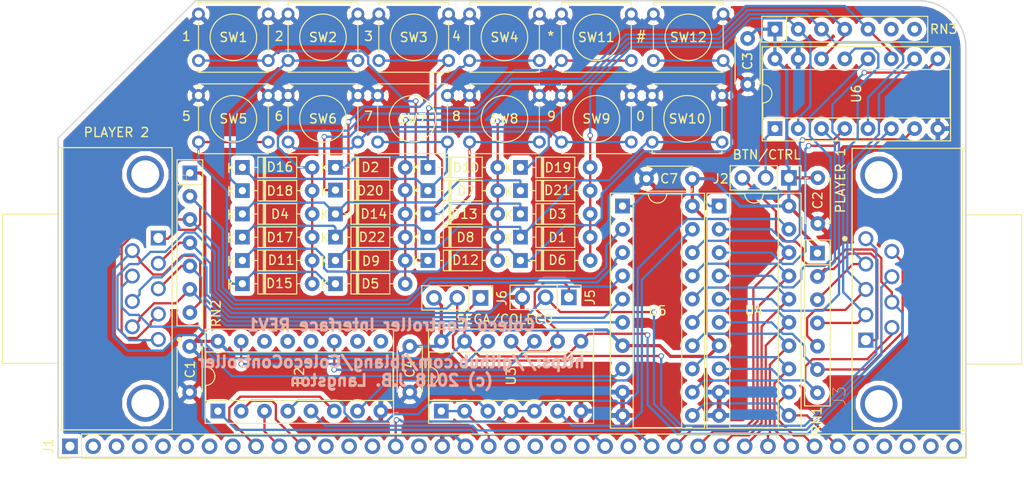
<source format=kicad_pcb>
(kicad_pcb (version 20171130) (host pcbnew "(5.0.1)-3")
  (layers (0 F.cu signal) (31 B.cu signal) (34 B.Paste user) (35 F.Paste user) (36 B.SilkS user) (37 F.SilkS user) (38 B.Mask user) (39 F.Mask user) (44 Edge.Cuts user))
  (net 0 "")
  (net 1 GND)
  (net 2 VCC)
  (net 3 /D0)
  (net 4 /D1)
  (net 5 /D2)
  (net 6 /D3)
  (net 7 /D4)
  (net 8 /D5)
  (net 9 /D6)
  (net 10 /D7)
  (net 11 /A7)
  (net 12 /A6)
  (net 13 /A5)
  (net 14 /A1)
  (net 15 /~WR~)
  (net 16 /~IORQ~)
  (net 17 /~RIGHT1~)
  (net 18 /~LEFT1~)
  (net 19 "Net-(D13-Pad1)")
  (net 20 /~UP1~)
  (net 21 "Net-(D14-Pad1)")
  (net 22 "Net-(D15-Pad1)")
  (net 23 /~DOWN1~)
  (net 24 "Net-(D16-Pad1)")
  (net 25 "Net-(D17-Pad1)")
  (net 26 /~FIRE1~)
  (net 27 /SELECT)
  (net 28 /~ALT1~)
  (net 29 /~ALT2~)
  (net 30 /~FIRE2~)
  (net 31 /~RIGHT2~)
  (net 32 /~LEFT2~)
  (net 33 /~DOWN2~)
  (net 34 /~UP2~)
  (net 35 /~M1~)
  (net 36 /~KPU~)
  (net 37 /~KPL~)
  (net 38 /~KPD~)
  (net 39 /~KPR~)
  (net 40 /~MUX1L~)
  (net 41 /~MUX1D~)
  (net 42 /~MUX1R~)
  (net 43 /~MUX1U~)
  (net 44 "Net-(D1-Pad1)")
  (net 45 "Net-(D10-Pad1)")
  (net 46 "Net-(D11-Pad1)")
  (net 47 "Net-(D12-Pad1)")
  (net 48 "Net-(D19-Pad1)")
  (net 49 "Net-(D20-Pad1)")
  (net 50 "Net-(D18-Pad1)")
  (net 51 "Net-(J2-Pad2)")
  (net 52 /~SELECT~)
  (net 53 /~CTRL_EN_1~)
  (net 54 /~CTRL_EN_2~)
  (net 55 /~CTRL_R~)
  (net 56 /M1)
  (net 57 /~A1~)
  (net 58 "Net-(J3-Pad5)")
  (net 59 "Net-(J3-Pad8)")
  (module Package_DIP:DIP-20_W7.62mm_Socket (layer F.cu) (at 215.519 125.9205)
    (fp_text reference U5 (at 3.81 11.43) (layer F.SilkS))
    (fp_text value 74HCT541)
    (pad 20 thru_hole oval (at 7.62 0) (size 1.6 1.6) (drill 0.8) (layers *.Cu *.Mask) (net 2 VCC))
    (pad 10 thru_hole oval (at 0 22.86) (size 1.6 1.6) (drill 0.8) (layers *.Cu *.Mask) (net 1 GND))
    (pad 19 thru_hole oval (at 7.62 2.54) (size 1.6 1.6) (drill 0.8) (layers *.Cu *.Mask) (net 57 /~A1~))
    (pad 9 thru_hole oval (at 0 20.32) (size 1.6 1.6) (drill 0.8) (layers *.Cu *.Mask) (net 1 GND))
    (pad 18 thru_hole oval (at 7.62 5.08) (size 1.6 1.6) (drill 0.8) (layers *.Cu *.Mask) (net 3 /D0))
    (pad 8 thru_hole oval (at 0 17.78) (size 1.6 1.6) (drill 0.8) (layers *.Cu *.Mask) (net 30 /~FIRE2~))
    (pad 17 thru_hole oval (at 7.62 7.62) (size 1.6 1.6) (drill 0.8) (layers *.Cu *.Mask) (net 4 /D1))
    (pad 7 thru_hole oval (at 0 15.24) (size 1.6 1.6) (drill 0.8) (layers *.Cu *.Mask) (net 2 VCC))
    (pad 16 thru_hole oval (at 7.62 10.16) (size 1.6 1.6) (drill 0.8) (layers *.Cu *.Mask) (net 5 /D2))
    (pad 6 thru_hole oval (at 0 12.7) (size 1.6 1.6) (drill 0.8) (layers *.Cu *.Mask) (net 29 /~ALT2~))
    (pad 15 thru_hole oval (at 7.62 12.7) (size 1.6 1.6) (drill 0.8) (layers *.Cu *.Mask) (net 6 /D3))
    (pad 5 thru_hole oval (at 0 10.16) (size 1.6 1.6) (drill 0.8) (layers *.Cu *.Mask) (net 32 /~LEFT2~))
    (pad 14 thru_hole oval (at 7.62 15.24) (size 1.6 1.6) (drill 0.8) (layers *.Cu *.Mask) (net 7 /D4))
    (pad 4 thru_hole oval (at 0 7.62) (size 1.6 1.6) (drill 0.8) (layers *.Cu *.Mask) (net 33 /~DOWN2~))
    (pad 13 thru_hole oval (at 7.62 17.78) (size 1.6 1.6) (drill 0.8) (layers *.Cu *.Mask) (net 8 /D5))
    (pad 3 thru_hole oval (at 0 5.08) (size 1.6 1.6) (drill 0.8) (layers *.Cu *.Mask) (net 31 /~RIGHT2~))
    (pad 12 thru_hole oval (at 7.62 20.32) (size 1.6 1.6) (drill 0.8) (layers *.Cu *.Mask) (net 9 /D6))
    (pad 2 thru_hole oval (at 0 2.54) (size 1.6 1.6) (drill 0.8) (layers *.Cu *.Mask) (net 34 /~UP2~))
    (pad 11 thru_hole oval (at 7.62 22.86) (size 1.6 1.6) (drill 0.8) (layers *.Cu *.Mask) (net 10 /D7))
    (pad 1 thru_hole rect (at 0 0) (size 1.6 1.6) (drill 0.8) (layers *.Cu *.Mask) (net 55 /~CTRL_R~))
  )
  (module Package_DIP:DIP-20_W7.62mm_Socket (layer F.cu) (at 226.06 125.9205)
    (fp_text reference U4 (at 3.81 11.43) (layer F.SilkS))
    (fp_text value 74HCT541)
    (pad 1 thru_hole rect (at 0 0) (size 1.6 1.6) (drill 0.8) (layers *.Cu *.Mask) (net 55 /~CTRL_R~))
    (pad 11 thru_hole oval (at 7.62 22.86) (size 1.6 1.6) (drill 0.8) (layers *.Cu *.Mask) (net 10 /D7))
    (pad 2 thru_hole oval (at 0 2.54) (size 1.6 1.6) (drill 0.8) (layers *.Cu *.Mask) (net 43 /~MUX1U~))
    (pad 12 thru_hole oval (at 7.62 20.32) (size 1.6 1.6) (drill 0.8) (layers *.Cu *.Mask) (net 9 /D6))
    (pad 3 thru_hole oval (at 0 5.08) (size 1.6 1.6) (drill 0.8) (layers *.Cu *.Mask) (net 42 /~MUX1R~))
    (pad 13 thru_hole oval (at 7.62 17.78) (size 1.6 1.6) (drill 0.8) (layers *.Cu *.Mask) (net 8 /D5))
    (pad 4 thru_hole oval (at 0 7.62) (size 1.6 1.6) (drill 0.8) (layers *.Cu *.Mask) (net 41 /~MUX1D~))
    (pad 14 thru_hole oval (at 7.62 15.24) (size 1.6 1.6) (drill 0.8) (layers *.Cu *.Mask) (net 7 /D4))
    (pad 5 thru_hole oval (at 0 10.16) (size 1.6 1.6) (drill 0.8) (layers *.Cu *.Mask) (net 40 /~MUX1L~))
    (pad 15 thru_hole oval (at 7.62 12.7) (size 1.6 1.6) (drill 0.8) (layers *.Cu *.Mask) (net 6 /D3))
    (pad 6 thru_hole oval (at 0 12.7) (size 1.6 1.6) (drill 0.8) (layers *.Cu *.Mask) (net 28 /~ALT1~))
    (pad 16 thru_hole oval (at 7.62 10.16) (size 1.6 1.6) (drill 0.8) (layers *.Cu *.Mask) (net 5 /D2))
    (pad 7 thru_hole oval (at 0 15.24) (size 1.6 1.6) (drill 0.8) (layers *.Cu *.Mask) (net 2 VCC))
    (pad 17 thru_hole oval (at 7.62 7.62) (size 1.6 1.6) (drill 0.8) (layers *.Cu *.Mask) (net 4 /D1))
    (pad 8 thru_hole oval (at 0 17.78) (size 1.6 1.6) (drill 0.8) (layers *.Cu *.Mask) (net 26 /~FIRE1~))
    (pad 18 thru_hole oval (at 7.62 5.08) (size 1.6 1.6) (drill 0.8) (layers *.Cu *.Mask) (net 3 /D0))
    (pad 9 thru_hole oval (at 0 20.32) (size 1.6 1.6) (drill 0.8) (layers *.Cu *.Mask) (net 1 GND))
    (pad 19 thru_hole oval (at 7.62 2.54) (size 1.6 1.6) (drill 0.8) (layers *.Cu *.Mask) (net 14 /A1))
    (pad 10 thru_hole oval (at 0 22.86) (size 1.6 1.6) (drill 0.8) (layers *.Cu *.Mask) (net 1 GND))
    (pad 20 thru_hole oval (at 7.62 0) (size 1.6 1.6) (drill 0.8) (layers *.Cu *.Mask) (net 2 VCC))
  )
  (module Resistor_THT:R_Array_SIP7 (layer F.cu) (at 236.7915 131.064 270)
    (fp_text reference RN1 (at 18.2245 0.0635 270) (layer F.SilkS))
    (fp_text value 10K)
    (pad 7 thru_hole oval (at 15.24 0 270) (size 1.6 1.6) (drill 0.8) (layers *.Cu *.Mask) (net 26 /~FIRE1~))
    (pad 6 thru_hole oval (at 12.7 0 270) (size 1.6 1.6) (drill 0.8) (layers *.Cu *.Mask) (net 28 /~ALT1~))
    (pad 5 thru_hole oval (at 10.16 0 270) (size 1.6 1.6) (drill 0.8) (layers *.Cu *.Mask) (net 18 /~LEFT1~))
    (pad 4 thru_hole oval (at 7.62 0 270) (size 1.6 1.6) (drill 0.8) (layers *.Cu *.Mask) (net 23 /~DOWN1~))
    (pad 3 thru_hole oval (at 5.08 0 270) (size 1.6 1.6) (drill 0.8) (layers *.Cu *.Mask) (net 17 /~RIGHT1~))
    (pad 2 thru_hole oval (at 2.54 0 270) (size 1.6 1.6) (drill 0.8) (layers *.Cu *.Mask) (net 20 /~UP1~))
    (pad 1 thru_hole rect (at 0 0 270) (size 1.6 1.6) (drill 0.8) (layers *.Cu *.Mask) (net 2 VCC))
  )
  (module Resistor_THT:R_Array_SIP7 (layer F.cu) (at 168.28516 122.31116 270)
    (fp_text reference RN2 (at 15.34414 -2.84734 90) (layer F.SilkS))
    (fp_text value 10K)
    (pad 1 thru_hole rect (at 0 0 270) (size 1.6 1.6) (drill 0.8) (layers *.Cu *.Mask) (net 2 VCC))
    (pad 2 thru_hole oval (at 2.54 0 270) (size 1.6 1.6) (drill 0.8) (layers *.Cu *.Mask) (net 34 /~UP2~))
    (pad 3 thru_hole oval (at 5.08 0 270) (size 1.6 1.6) (drill 0.8) (layers *.Cu *.Mask) (net 31 /~RIGHT2~))
    (pad 4 thru_hole oval (at 7.62 0 270) (size 1.6 1.6) (drill 0.8) (layers *.Cu *.Mask) (net 33 /~DOWN2~))
    (pad 5 thru_hole oval (at 10.16 0 270) (size 1.6 1.6) (drill 0.8) (layers *.Cu *.Mask) (net 32 /~LEFT2~))
    (pad 6 thru_hole oval (at 12.7 0 270) (size 1.6 1.6) (drill 0.8) (layers *.Cu *.Mask) (net 29 /~ALT2~))
    (pad 7 thru_hole oval (at 15.24 0 270) (size 1.6 1.6) (drill 0.8) (layers *.Cu *.Mask) (net 30 /~FIRE2~))
  )
  (module Button_Switch_THT:SW_Tactile_Straight_KSL0Axx1LFTR (layer F.cu) (at 208.8515 113.8555)
    (fp_text reference SW9 (at 3.81 2.54) (layer F.SilkS))
    (fp_text value 9 (at -1.0922 2.2606) (layer F.SilkS))
    (pad 2 thru_hole circle (at 0 5.08) (size 1.397 1.397) (drill 0.8128) (layers *.Cu *.Mask) (net 49 "Net-(D20-Pad1)"))
    (pad 1 thru_hole circle (at 0 0) (size 1.397 1.397) (drill 0.8128) (layers *.Cu *.Mask) (net 1 GND))
    (pad 2 thru_hole circle (at 7.62 5.08) (size 1.397 1.397) (drill 0.8128) (layers *.Cu *.Mask) (net 49 "Net-(D20-Pad1)"))
    (pad 1 thru_hole circle (at 7.62 0) (size 1.397 1.397) (drill 0.8128) (layers *.Cu *.Mask) (net 1 GND))
  )
  (module Button_Switch_THT:SW_Tactile_Straight_KSL0Axx1LFTR (layer F.cu) (at 188.7855 113.8555)
    (fp_text reference SW7 (at 3.81 2.54) (layer F.SilkS))
    (fp_text value 7 (at -0.9906 2.2606) (layer F.SilkS))
    (pad 2 thru_hole circle (at 0 5.08) (size 1.397 1.397) (drill 0.8128) (layers *.Cu *.Mask) (net 24 "Net-(D16-Pad1)"))
    (pad 1 thru_hole circle (at 0 0) (size 1.397 1.397) (drill 0.8128) (layers *.Cu *.Mask) (net 1 GND))
    (pad 2 thru_hole circle (at 7.62 5.08) (size 1.397 1.397) (drill 0.8128) (layers *.Cu *.Mask) (net 24 "Net-(D16-Pad1)"))
    (pad 1 thru_hole circle (at 7.62 0) (size 1.397 1.397) (drill 0.8128) (layers *.Cu *.Mask) (net 1 GND))
  )
  (module Diode_THT:D_DO-35_SOD27_P7.62mm_Horizontal (layer F.cu) (at 194.2719 124.2441)
    (fp_text reference D7 (at 4.1656 0.0254) (layer F.SilkS))
    (fp_text value 1N4148)
    (fp_text user K (at -1.2065 0.0415) (layer F.SilkS))
    (pad 2 thru_hole oval (at 7.62 0) (size 1.6 1.6) (drill 0.8) (layers *.Cu *.Mask) (net 39 /~KPR~))
    (pad 1 thru_hole rect (at 0 0) (size 1.6 1.6) (drill 0.8) (layers *.Cu *.Mask) (net 24 "Net-(D16-Pad1)"))
  )
  (module Diode_THT:D_DO-35_SOD27_P7.62mm_Horizontal (layer F.cu) (at 184.1754 134.4041)
    (fp_text reference D5 (at 3.81 0) (layer F.SilkS))
    (fp_text value 1N4148)
    (fp_text user K (at -1.143 0.105) (layer F.SilkS))
    (pad 2 thru_hole oval (at 7.62 0) (size 1.6 1.6) (drill 0.8) (layers *.Cu *.Mask) (net 38 /~KPD~))
    (pad 1 thru_hole rect (at 0 0) (size 1.6 1.6) (drill 0.8) (layers *.Cu *.Mask) (net 22 "Net-(D15-Pad1)"))
  )
  (module Diode_THT:D_DO-35_SOD27_P7.62mm_Horizontal (layer F.cu) (at 184.1754 131.8641)
    (fp_text reference D9 (at 3.8735 0.0635) (layer F.SilkS))
    (fp_text value 1N4148)
    (fp_text user K (at -1.143 0.105) (layer F.SilkS))
    (pad 1 thru_hole rect (at 0 0) (size 1.6 1.6) (drill 0.8) (layers *.Cu *.Mask) (net 44 "Net-(D1-Pad1)"))
    (pad 2 thru_hole oval (at 7.62 0) (size 1.6 1.6) (drill 0.8) (layers *.Cu *.Mask) (net 38 /~KPD~))
  )
  (module Diode_THT:D_DO-35_SOD27_P7.62mm_Horizontal (layer F.cu) (at 184.1754 121.7041)
    (fp_text reference D2 (at 3.81 0) (layer F.SilkS))
    (fp_text value 1N4148)
    (fp_text user K (at -1.143 0.105) (layer F.SilkS))
    (pad 2 thru_hole oval (at 7.62 0) (size 1.6 1.6) (drill 0.8) (layers *.Cu *.Mask) (net 38 /~KPD~))
    (pad 1 thru_hole rect (at 0 0) (size 1.6 1.6) (drill 0.8) (layers *.Cu *.Mask) (net 45 "Net-(D10-Pad1)"))
  )
  (module Diode_THT:D_DO-35_SOD27_P7.62mm_Horizontal (layer F.cu) (at 184.1754 126.7841)
    (fp_text reference D14 (at 4.191 0) (layer F.SilkS))
    (fp_text value 1N4148)
    (fp_text user K (at -1.143 0.105) (layer F.SilkS))
    (pad 1 thru_hole rect (at 0 0) (size 1.6 1.6) (drill 0.8) (layers *.Cu *.Mask) (net 21 "Net-(D14-Pad1)"))
    (pad 2 thru_hole oval (at 7.62 0) (size 1.6 1.6) (drill 0.8) (layers *.Cu *.Mask) (net 38 /~KPD~))
  )
  (module Diode_THT:D_DO-35_SOD27_P7.62mm_Horizontal (layer F.cu) (at 184.1754 129.3241)
    (fp_text reference D22 (at 4.0005 0) (layer F.SilkS))
    (fp_text value 1N4148)
    (fp_text user K (at -1.143 0.105) (layer F.SilkS))
    (pad 1 thru_hole rect (at 0 0) (size 1.6 1.6) (drill 0.8) (layers *.Cu *.Mask) (net 25 "Net-(D17-Pad1)"))
    (pad 2 thru_hole oval (at 7.62 0) (size 1.6 1.6) (drill 0.8) (layers *.Cu *.Mask) (net 38 /~KPD~))
  )
  (module Package_DIP:DIP-16_W7.62mm_Socket (layer F.cu) (at 232.156 117.475 90)
    (fp_text reference U6 (at 3.81 8.89 90) (layer F.SilkS))
    (fp_text value 74HCT258)
    (pad 16 thru_hole oval (at 7.62 0 90) (size 1.6 1.6) (drill 0.8) (layers *.Cu *.Mask) (net 2 VCC))
    (pad 8 thru_hole oval (at 0 17.78 90) (size 1.6 1.6) (drill 0.8) (layers *.Cu *.Mask) (net 1 GND))
    (pad 15 thru_hole oval (at 7.62 2.54 90) (size 1.6 1.6) (drill 0.8) (layers *.Cu *.Mask) (net 1 GND))
    (pad 7 thru_hole oval (at 0 15.24 90) (size 1.6 1.6) (drill 0.8) (layers *.Cu *.Mask) (net 42 /~MUX1R~))
    (pad 14 thru_hole oval (at 7.62 5.08 90) (size 1.6 1.6) (drill 0.8) (layers *.Cu *.Mask) (net 38 /~KPD~))
    (pad 6 thru_hole oval (at 0 12.7 90) (size 1.6 1.6) (drill 0.8) (layers *.Cu *.Mask) (net 17 /~RIGHT1~))
    (pad 13 thru_hole oval (at 7.62 7.62 90) (size 1.6 1.6) (drill 0.8) (layers *.Cu *.Mask) (net 23 /~DOWN1~))
    (pad 5 thru_hole oval (at 0 10.16 90) (size 1.6 1.6) (drill 0.8) (layers *.Cu *.Mask) (net 39 /~KPR~))
    (pad 12 thru_hole oval (at 7.62 10.16 90) (size 1.6 1.6) (drill 0.8) (layers *.Cu *.Mask) (net 41 /~MUX1D~))
    (pad 4 thru_hole oval (at 0 7.62 90) (size 1.6 1.6) (drill 0.8) (layers *.Cu *.Mask) (net 43 /~MUX1U~))
    (pad 11 thru_hole oval (at 7.62 12.7 90) (size 1.6 1.6) (drill 0.8) (layers *.Cu *.Mask) (net 37 /~KPL~))
    (pad 3 thru_hole oval (at 0 5.08 90) (size 1.6 1.6) (drill 0.8) (layers *.Cu *.Mask) (net 20 /~UP1~))
    (pad 10 thru_hole oval (at 7.62 15.24 90) (size 1.6 1.6) (drill 0.8) (layers *.Cu *.Mask) (net 18 /~LEFT1~))
    (pad 2 thru_hole oval (at 0 2.54 90) (size 1.6 1.6) (drill 0.8) (layers *.Cu *.Mask) (net 36 /~KPU~))
    (pad 9 thru_hole oval (at 7.62 17.78 90) (size 1.6 1.6) (drill 0.8) (layers *.Cu *.Mask) (net 40 /~MUX1L~))
    (pad 1 thru_hole rect (at 0 0 90) (size 1.6 1.6) (drill 0.8) (layers *.Cu *.Mask) (net 51 "Net-(J2-Pad2)"))
  )
  (module Resistor_THT:R_Array_SIP7 (layer F.cu) (at 232.156 106.6165)
    (fp_text reference RN3 (at 18.415 0) (layer F.SilkS))
    (fp_text value 10K)
    (pad 1 thru_hole rect (at 0 0) (size 1.6 1.6) (drill 0.8) (layers *.Cu *.Mask) (net 2 VCC))
    (pad 2 thru_hole oval (at 2.54 0) (size 1.6 1.6) (drill 0.8) (layers *.Cu *.Mask) (net 36 /~KPU~))
    (pad 3 thru_hole oval (at 5.08 0) (size 1.6 1.6) (drill 0.8) (layers *.Cu *.Mask) (net 39 /~KPR~))
    (pad 4 thru_hole oval (at 7.62 0) (size 1.6 1.6) (drill 0.8) (layers *.Cu *.Mask) (net 38 /~KPD~))
    (pad 5 thru_hole oval (at 10.16 0) (size 1.6 1.6) (drill 0.8) (layers *.Cu *.Mask) (net 37 /~KPL~))
    (pad 6 thru_hole oval (at 12.7 0) (size 1.6 1.6) (drill 0.8) (layers *.Cu *.Mask))
    (pad 7 thru_hole oval (at 15.24 0) (size 1.6 1.6) (drill 0.8) (layers *.Cu *.Mask))
  )
  (module Connector_PinHeader_2.54mm:PinHeader_1x39_P2.54mm_Vertical (layer F.cu) (at 155.194 152.146 90)
    (fp_text reference J1 (at 0 -2.33 90) (layer F.SilkS))
    (fp_text value Conn_01x39)
    (pad 1 thru_hole rect (at 0 0 90) (size 1.7 1.7) (drill 1) (layers *.Cu *.Mask))
    (pad 2 thru_hole oval (at 0 2.54 90) (size 1.7 1.7) (drill 1) (layers *.Cu *.Mask))
    (pad 3 thru_hole oval (at 0 5.08 90) (size 1.7 1.7) (drill 1) (layers *.Cu *.Mask))
    (pad 4 thru_hole oval (at 0 7.62 90) (size 1.7 1.7) (drill 1) (layers *.Cu *.Mask))
    (pad 5 thru_hole oval (at 0 10.16 90) (size 1.7 1.7) (drill 1) (layers *.Cu *.Mask))
    (pad 6 thru_hole oval (at 0 12.7 90) (size 1.7 1.7) (drill 1) (layers *.Cu *.Mask))
    (pad 7 thru_hole oval (at 0 15.24 90) (size 1.7 1.7) (drill 1) (layers *.Cu *.Mask))
    (pad 8 thru_hole oval (at 0 17.78 90) (size 1.7 1.7) (drill 1) (layers *.Cu *.Mask))
    (pad 9 thru_hole oval (at 0 20.32 90) (size 1.7 1.7) (drill 1) (layers *.Cu *.Mask) (net 11 /A7))
    (pad 10 thru_hole oval (at 0 22.86 90) (size 1.7 1.7) (drill 1) (layers *.Cu *.Mask) (net 12 /A6))
    (pad 11 thru_hole oval (at 0 25.4 90) (size 1.7 1.7) (drill 1) (layers *.Cu *.Mask) (net 13 /A5))
    (pad 12 thru_hole oval (at 0 27.94 90) (size 1.7 1.7) (drill 1) (layers *.Cu *.Mask))
    (pad 13 thru_hole oval (at 0 30.48 90) (size 1.7 1.7) (drill 1) (layers *.Cu *.Mask))
    (pad 14 thru_hole oval (at 0 33.02 90) (size 1.7 1.7) (drill 1) (layers *.Cu *.Mask))
    (pad 15 thru_hole oval (at 0 35.56 90) (size 1.7 1.7) (drill 1) (layers *.Cu *.Mask) (net 14 /A1))
    (pad 16 thru_hole oval (at 0 38.1 90) (size 1.7 1.7) (drill 1) (layers *.Cu *.Mask))
    (pad 17 thru_hole oval (at 0 40.64 90) (size 1.7 1.7) (drill 1) (layers *.Cu *.Mask) (net 1 GND))
    (pad 18 thru_hole oval (at 0 43.18 90) (size 1.7 1.7) (drill 1) (layers *.Cu *.Mask) (net 2 VCC))
    (pad 19 thru_hole oval (at 0 45.72 90) (size 1.7 1.7) (drill 1) (layers *.Cu *.Mask) (net 35 /~M1~))
    (pad 20 thru_hole oval (at 0 48.26 90) (size 1.7 1.7) (drill 1) (layers *.Cu *.Mask))
    (pad 21 thru_hole oval (at 0 50.8 90) (size 1.7 1.7) (drill 1) (layers *.Cu *.Mask))
    (pad 22 thru_hole oval (at 0 53.34 90) (size 1.7 1.7) (drill 1) (layers *.Cu *.Mask))
    (pad 23 thru_hole oval (at 0 55.88 90) (size 1.7 1.7) (drill 1) (layers *.Cu *.Mask))
    (pad 24 thru_hole oval (at 0 58.42 90) (size 1.7 1.7) (drill 1) (layers *.Cu *.Mask) (net 15 /~WR~))
    (pad 25 thru_hole oval (at 0 60.96 90) (size 1.7 1.7) (drill 1) (layers *.Cu *.Mask))
    (pad 26 thru_hole oval (at 0 63.5 90) (size 1.7 1.7) (drill 1) (layers *.Cu *.Mask) (net 16 /~IORQ~))
    (pad 27 thru_hole oval (at 0 66.04 90) (size 1.7 1.7) (drill 1) (layers *.Cu *.Mask) (net 3 /D0))
    (pad 28 thru_hole oval (at 0 68.58 90) (size 1.7 1.7) (drill 1) (layers *.Cu *.Mask) (net 4 /D1))
    (pad 29 thru_hole oval (at 0 71.12 90) (size 1.7 1.7) (drill 1) (layers *.Cu *.Mask) (net 5 /D2))
    (pad 30 thru_hole oval (at 0 73.66 90) (size 1.7 1.7) (drill 1) (layers *.Cu *.Mask) (net 6 /D3))
    (pad 31 thru_hole oval (at 0 76.2 90) (size 1.7 1.7) (drill 1) (layers *.Cu *.Mask) (net 7 /D4))
    (pad 32 thru_hole oval (at 0 78.74 90) (size 1.7 1.7) (drill 1) (layers *.Cu *.Mask) (net 8 /D5))
    (pad 33 thru_hole oval (at 0 81.28 90) (size 1.7 1.7) (drill 1) (layers *.Cu *.Mask) (net 9 /D6))
    (pad 34 thru_hole oval (at 0 83.82 90) (size 1.7 1.7) (drill 1) (layers *.Cu *.Mask) (net 10 /D7))
    (pad 35 thru_hole oval (at 0 86.36 90) (size 1.7 1.7) (drill 1) (layers *.Cu *.Mask))
    (pad 36 thru_hole oval (at 0 88.9 90) (size 1.7 1.7) (drill 1) (layers *.Cu *.Mask))
    (pad 37 thru_hole oval (at 0 91.44 90) (size 1.7 1.7) (drill 1) (layers *.Cu *.Mask))
    (pad 38 thru_hole oval (at 0 93.98 90) (size 1.7 1.7) (drill 1) (layers *.Cu *.Mask))
    (pad 39 thru_hole oval (at 0 96.52 90) (size 1.7 1.7) (drill 1) (layers *.Cu *.Mask))
  )
  (module Package_DIP:DIP-16_W7.62mm_Socket (layer F.cu) (at 171.3484 148.3106 90)
    (fp_text reference U2 (at 3.81 8.89 90) (layer F.SilkS))
    (fp_text value 74HCT138)
    (pad 1 thru_hole rect (at 0 0 90) (size 1.6 1.6) (drill 0.8) (layers *.Cu *.Mask) (net 15 /~WR~))
    (pad 9 thru_hole oval (at 7.62 17.78 90) (size 1.6 1.6) (drill 0.8) (layers *.Cu *.Mask))
    (pad 2 thru_hole oval (at 0 2.54 90) (size 1.6 1.6) (drill 0.8) (layers *.Cu *.Mask) (net 13 /A5))
    (pad 10 thru_hole oval (at 7.62 15.24 90) (size 1.6 1.6) (drill 0.8) (layers *.Cu *.Mask))
    (pad 3 thru_hole oval (at 0 5.08 90) (size 1.6 1.6) (drill 0.8) (layers *.Cu *.Mask) (net 12 /A6))
    (pad 11 thru_hole oval (at 7.62 12.7 90) (size 1.6 1.6) (drill 0.8) (layers *.Cu *.Mask) (net 53 /~CTRL_EN_1~))
    (pad 4 thru_hole oval (at 0 7.62 90) (size 1.6 1.6) (drill 0.8) (layers *.Cu *.Mask) (net 56 /M1))
    (pad 12 thru_hole oval (at 7.62 10.16 90) (size 1.6 1.6) (drill 0.8) (layers *.Cu *.Mask))
    (pad 5 thru_hole oval (at 0 10.16 90) (size 1.6 1.6) (drill 0.8) (layers *.Cu *.Mask) (net 16 /~IORQ~))
    (pad 13 thru_hole oval (at 7.62 7.62 90) (size 1.6 1.6) (drill 0.8) (layers *.Cu *.Mask))
    (pad 6 thru_hole oval (at 0 12.7 90) (size 1.6 1.6) (drill 0.8) (layers *.Cu *.Mask) (net 11 /A7))
    (pad 14 thru_hole oval (at 7.62 5.08 90) (size 1.6 1.6) (drill 0.8) (layers *.Cu *.Mask))
    (pad 7 thru_hole oval (at 0 15.24 90) (size 1.6 1.6) (drill 0.8) (layers *.Cu *.Mask) (net 55 /~CTRL_R~))
    (pad 15 thru_hole oval (at 7.62 2.54 90) (size 1.6 1.6) (drill 0.8) (layers *.Cu *.Mask) (net 54 /~CTRL_EN_2~))
    (pad 8 thru_hole oval (at 0 17.78 90) (size 1.6 1.6) (drill 0.8) (layers *.Cu *.Mask) (net 1 GND))
    (pad 16 thru_hole oval (at 7.62 0 90) (size 1.6 1.6) (drill 0.8) (layers *.Cu *.Mask) (net 2 VCC))
  )
  (module Package_DIP:DIP-14_W7.62mm_Socket (layer F.cu) (at 195.7324 148.3106 90)
    (fp_text reference U3 (at 3.81 7.62 90) (layer F.SilkS))
    (fp_text value 74HCT00)
    (pad 14 thru_hole oval (at 7.62 0 90) (size 1.6 1.6) (drill 0.8) (layers *.Cu *.Mask) (net 2 VCC))
    (pad 7 thru_hole oval (at 0 15.24 90) (size 1.6 1.6) (drill 0.8) (layers *.Cu *.Mask) (net 1 GND))
    (pad 13 thru_hole oval (at 7.62 2.54 90) (size 1.6 1.6) (drill 0.8) (layers *.Cu *.Mask) (net 27 /SELECT))
    (pad 6 thru_hole oval (at 0 12.7 90) (size 1.6 1.6) (drill 0.8) (layers *.Cu *.Mask) (net 57 /~A1~))
    (pad 12 thru_hole oval (at 7.62 5.08 90) (size 1.6 1.6) (drill 0.8) (layers *.Cu *.Mask) (net 54 /~CTRL_EN_2~))
    (pad 5 thru_hole oval (at 0 10.16 90) (size 1.6 1.6) (drill 0.8) (layers *.Cu *.Mask) (net 14 /A1))
    (pad 11 thru_hole oval (at 7.62 7.62 90) (size 1.6 1.6) (drill 0.8) (layers *.Cu *.Mask) (net 52 /~SELECT~))
    (pad 4 thru_hole oval (at 0 7.62 90) (size 1.6 1.6) (drill 0.8) (layers *.Cu *.Mask) (net 14 /A1))
    (pad 10 thru_hole oval (at 7.62 10.16 90) (size 1.6 1.6) (drill 0.8) (layers *.Cu *.Mask) (net 53 /~CTRL_EN_1~))
    (pad 3 thru_hole oval (at 0 5.08 90) (size 1.6 1.6) (drill 0.8) (layers *.Cu *.Mask) (net 56 /M1))
    (pad 9 thru_hole oval (at 7.62 12.7 90) (size 1.6 1.6) (drill 0.8) (layers *.Cu *.Mask) (net 52 /~SELECT~))
    (pad 2 thru_hole oval (at 0 2.54 90) (size 1.6 1.6) (drill 0.8) (layers *.Cu *.Mask) (net 35 /~M1~))
    (pad 8 thru_hole oval (at 7.62 15.24 90) (size 1.6 1.6) (drill 0.8) (layers *.Cu *.Mask) (net 27 /SELECT))
    (pad 1 thru_hole rect (at 0 0 90) (size 1.6 1.6) (drill 0.8) (layers *.Cu *.Mask) (net 35 /~M1~))
  )
  (module Button_Switch_THT:SW_Tactile_Straight_KSL0Axx1LFTR (layer F.cu) (at 188.9125 104.9655)
    (fp_text reference SW3 (at 3.81 2.54) (layer F.SilkS))
    (fp_text value 3 (at -1.1176 2.4257) (layer F.SilkS))
    (pad 1 thru_hole circle (at 7.62 0) (size 1.397 1.397) (drill 0.8128) (layers *.Cu *.Mask) (net 1 GND))
    (pad 2 thru_hole circle (at 7.62 5.08) (size 1.397 1.397) (drill 0.8128) (layers *.Cu *.Mask) (net 19 "Net-(D13-Pad1)"))
    (pad 1 thru_hole circle (at 0 0) (size 1.397 1.397) (drill 0.8128) (layers *.Cu *.Mask) (net 1 GND))
    (pad 2 thru_hole circle (at 0 5.08) (size 1.397 1.397) (drill 0.8128) (layers *.Cu *.Mask) (net 19 "Net-(D13-Pad1)"))
  )
  (module Capacitor_THT:C_Disc_D4.7mm_W2.5mm_P5.00mm (layer F.cu) (at 223.139 122.936 180)
    (fp_text reference C7 (at 2.54 0 180) (layer F.SilkS))
    (fp_text value 0.1uf)
    (pad 1 thru_hole circle (at 0 0 180) (size 1.6 1.6) (drill 0.8) (layers *.Cu *.Mask) (net 2 VCC))
    (pad 2 thru_hole circle (at 5 0 180) (size 1.6 1.6) (drill 0.8) (layers *.Cu *.Mask) (net 1 GND))
  )
  (module Diode_THT:D_DO-35_SOD27_P7.62mm_Horizontal (layer F.cu) (at 194.2719 126.7841)
    (fp_text reference D13 (at 3.9751 0.0254) (layer F.SilkS))
    (fp_text value 1N4148)
    (fp_text user K (at -1.2065 0.0415) (layer F.SilkS))
    (pad 2 thru_hole oval (at 7.62 0) (size 1.6 1.6) (drill 0.8) (layers *.Cu *.Mask) (net 39 /~KPR~))
    (pad 1 thru_hole rect (at 0 0) (size 1.6 1.6) (drill 0.8) (layers *.Cu *.Mask) (net 19 "Net-(D13-Pad1)"))
  )
  (module Diode_THT:D_DO-35_SOD27_P7.62mm_Horizontal (layer F.cu) (at 204.3684 129.3241)
    (fp_text reference D1 (at 4.0386 0.0254) (layer F.SilkS))
    (fp_text value 1N4148)
    (fp_text user K (at -1.27 0.105) (layer F.SilkS))
    (pad 2 thru_hole oval (at 7.62 0) (size 1.6 1.6) (drill 0.8) (layers *.Cu *.Mask) (net 36 /~KPU~))
    (pad 1 thru_hole rect (at 0 0) (size 1.6 1.6) (drill 0.8) (layers *.Cu *.Mask) (net 44 "Net-(D1-Pad1)"))
  )
  (module Diode_THT:D_DO-35_SOD27_P7.62mm_Horizontal (layer F.cu) (at 204.3684 126.7841)
    (fp_text reference D3 (at 4.0386 0.0254) (layer F.SilkS))
    (fp_text value 1N4148)
    (fp_text user K (at -1.27 0.105) (layer F.SilkS))
    (pad 2 thru_hole oval (at 7.62 0) (size 1.6 1.6) (drill 0.8) (layers *.Cu *.Mask) (net 36 /~KPU~))
    (pad 1 thru_hole rect (at 0 0) (size 1.6 1.6) (drill 0.8) (layers *.Cu *.Mask) (net 19 "Net-(D13-Pad1)"))
  )
  (module Diode_THT:D_DO-35_SOD27_P7.62mm_Horizontal (layer F.cu) (at 204.3684 131.8641)
    (fp_text reference D6 (at 4.0386 -0.0381) (layer F.SilkS))
    (fp_text value 1N4148)
    (fp_text user K (at -1.27 0.105) (layer F.SilkS))
    (pad 2 thru_hole oval (at 7.62 0) (size 1.6 1.6) (drill 0.8) (layers *.Cu *.Mask) (net 36 /~KPU~))
    (pad 1 thru_hole rect (at 0 0) (size 1.6 1.6) (drill 0.8) (layers *.Cu *.Mask) (net 46 "Net-(D11-Pad1)"))
  )
  (module Diode_THT:D_DO-35_SOD27_P7.62mm_Horizontal (layer F.cu) (at 204.3684 124.2441)
    (fp_text reference D21 (at 4.0386 -0.0381) (layer F.SilkS))
    (fp_text value 1N4148)
    (fp_text user K (at -1.27 0.105) (layer F.SilkS))
    (pad 1 thru_hole rect (at 0 0) (size 1.6 1.6) (drill 0.8) (layers *.Cu *.Mask) (net 21 "Net-(D14-Pad1)"))
    (pad 2 thru_hole oval (at 7.62 0) (size 1.6 1.6) (drill 0.8) (layers *.Cu *.Mask) (net 36 /~KPU~))
  )
  (module Diode_THT:D_DO-35_SOD27_P7.62mm_Horizontal (layer F.cu) (at 174.0154 134.4041)
    (fp_text reference D15 (at 4.0386 -0.0381) (layer F.SilkS))
    (fp_text value 1N4148)
    (fp_text user K (at -1.2065 0.105) (layer F.SilkS))
    (pad 2 thru_hole oval (at 7.62 0) (size 1.6 1.6) (drill 0.8) (layers *.Cu *.Mask) (net 37 /~KPL~))
    (pad 1 thru_hole rect (at 0 0) (size 1.6 1.6) (drill 0.8) (layers *.Cu *.Mask) (net 22 "Net-(D15-Pad1)"))
  )
  (module Diode_THT:D_DO-35_SOD27_P7.62mm_Horizontal (layer F.cu) (at 194.2719 121.7041)
    (fp_text reference D10 (at 4.1656 0.0254) (layer F.SilkS))
    (fp_text value 1N4148)
    (fp_text user K (at -1.2065 0.0415) (layer F.SilkS))
    (pad 1 thru_hole rect (at 0 0) (size 1.6 1.6) (drill 0.8) (layers *.Cu *.Mask) (net 45 "Net-(D10-Pad1)"))
    (pad 2 thru_hole oval (at 7.62 0) (size 1.6 1.6) (drill 0.8) (layers *.Cu *.Mask) (net 39 /~KPR~))
  )
  (module Diode_THT:D_DO-35_SOD27_P7.62mm_Horizontal (layer F.cu) (at 174.0154 129.3241)
    (fp_text reference D17 (at 4.1021 0.0254) (layer F.SilkS))
    (fp_text value 1N4148)
    (fp_text user K (at -1.2065 0.105) (layer F.SilkS))
    (pad 2 thru_hole oval (at 7.62 0) (size 1.6 1.6) (drill 0.8) (layers *.Cu *.Mask) (net 37 /~KPL~))
    (pad 1 thru_hole rect (at 0 0) (size 1.6 1.6) (drill 0.8) (layers *.Cu *.Mask) (net 25 "Net-(D17-Pad1)"))
  )
  (module Diode_THT:D_DO-35_SOD27_P7.62mm_Horizontal (layer F.cu) (at 174.0154 126.7841)
    (fp_text reference D4 (at 4.1021 0.0254) (layer F.SilkS))
    (fp_text value 1N4148)
    (fp_text user K (at -1.2065 0.105) (layer F.SilkS))
    (pad 1 thru_hole rect (at 0 0) (size 1.6 1.6) (drill 0.8) (layers *.Cu *.Mask) (net 21 "Net-(D14-Pad1)"))
    (pad 2 thru_hole oval (at 7.62 0) (size 1.6 1.6) (drill 0.8) (layers *.Cu *.Mask) (net 37 /~KPL~))
  )
  (module Diode_THT:D_DO-35_SOD27_P7.62mm_Horizontal (layer F.cu) (at 194.2719 129.3241)
    (fp_text reference D8 (at 4.1021 0.0254) (layer F.SilkS))
    (fp_text value 1N4148)
    (fp_text user K (at -1.2065 0.0415) (layer F.SilkS))
    (pad 1 thru_hole rect (at 0 0) (size 1.6 1.6) (drill 0.8) (layers *.Cu *.Mask) (net 25 "Net-(D17-Pad1)"))
    (pad 2 thru_hole oval (at 7.62 0) (size 1.6 1.6) (drill 0.8) (layers *.Cu *.Mask) (net 39 /~KPR~))
  )
  (module Diode_THT:D_DO-35_SOD27_P7.62mm_Horizontal (layer F.cu) (at 174.0154 131.8641)
    (fp_text reference D11 (at 4.2291 -0.0381) (layer F.SilkS))
    (fp_text value 1N4148)
    (fp_text user K (at -1.2065 0.105) (layer F.SilkS))
    (pad 1 thru_hole rect (at 0 0) (size 1.6 1.6) (drill 0.8) (layers *.Cu *.Mask) (net 46 "Net-(D11-Pad1)"))
    (pad 2 thru_hole oval (at 7.62 0) (size 1.6 1.6) (drill 0.8) (layers *.Cu *.Mask) (net 37 /~KPL~))
  )
  (module Diode_THT:D_DO-35_SOD27_P7.62mm_Horizontal (layer F.cu) (at 174.0154 121.7041)
    (fp_text reference D16 (at 4.1021 -0.0381) (layer F.SilkS))
    (fp_text value 1N4148)
    (fp_text user K (at -1.2065 0.105) (layer F.SilkS))
    (pad 1 thru_hole rect (at 0 0) (size 1.6 1.6) (drill 0.8) (layers *.Cu *.Mask) (net 24 "Net-(D16-Pad1)"))
    (pad 2 thru_hole oval (at 7.62 0) (size 1.6 1.6) (drill 0.8) (layers *.Cu *.Mask) (net 37 /~KPL~))
  )
  (module Diode_THT:D_DO-35_SOD27_P7.62mm_Horizontal (layer F.cu) (at 174.0154 124.2441)
    (fp_text reference D18 (at 4.1021 0.0254) (layer F.SilkS))
    (fp_text value 1N4148)
    (fp_text user K (at -1.2065 0.105) (layer F.SilkS))
    (pad 1 thru_hole rect (at 0 0) (size 1.6 1.6) (drill 0.8) (layers *.Cu *.Mask) (net 50 "Net-(D18-Pad1)"))
    (pad 2 thru_hole oval (at 7.62 0) (size 1.6 1.6) (drill 0.8) (layers *.Cu *.Mask) (net 37 /~KPL~))
  )
  (module Diode_THT:D_DO-35_SOD27_P7.62mm_Horizontal (layer F.cu) (at 184.1754 124.1806)
    (fp_text reference D20 (at 3.81 0.0635) (layer F.SilkS))
    (fp_text value 1N4148)
    (fp_text user K (at -1.143 0.105) (layer F.SilkS))
    (pad 2 thru_hole oval (at 7.62 0) (size 1.6 1.6) (drill 0.8) (layers *.Cu *.Mask) (net 38 /~KPD~))
    (pad 1 thru_hole rect (at 0 0) (size 1.6 1.6) (drill 0.8) (layers *.Cu *.Mask) (net 49 "Net-(D20-Pad1)"))
  )
  (module Diode_THT:D_DO-35_SOD27_P7.62mm_Horizontal (layer F.cu) (at 204.3684 121.7041)
    (fp_text reference D19 (at 4.1021 0.0254) (layer F.SilkS))
    (fp_text value 1N4148)
    (fp_text user K (at -1.27 0.105) (layer F.SilkS))
    (pad 1 thru_hole rect (at 0 0) (size 1.6 1.6) (drill 0.8) (layers *.Cu *.Mask) (net 48 "Net-(D19-Pad1)"))
    (pad 2 thru_hole oval (at 7.62 0) (size 1.6 1.6) (drill 0.8) (layers *.Cu *.Mask) (net 36 /~KPU~))
  )
  (module Diode_THT:D_DO-35_SOD27_P7.62mm_Horizontal (layer F.cu) (at 194.2719 131.8641)
    (fp_text reference D12 (at 4.1021 -0.0381) (layer F.SilkS))
    (fp_text value 1N4148)
    (fp_text user K (at -1.2065 0.0415) (layer F.SilkS))
    (pad 2 thru_hole oval (at 7.62 0) (size 1.6 1.6) (drill 0.8) (layers *.Cu *.Mask) (net 39 /~KPR~))
    (pad 1 thru_hole rect (at 0 0) (size 1.6 1.6) (drill 0.8) (layers *.Cu *.Mask) (net 47 "Net-(D12-Pad1)"))
  )
  (module Capacitor_THT:C_Disc_D4.7mm_W2.5mm_P5.00mm (layer F.cu) (at 236.8296 122.8382 270)
    (fp_text reference C2 (at 2.46 0 270) (layer F.SilkS))
    (fp_text value 0.1uf)
    (pad 2 thru_hole circle (at 5 0 270) (size 1.6 1.6) (drill 0.8) (layers *.Cu *.Mask) (net 1 GND))
    (pad 1 thru_hole circle (at 0 0 270) (size 1.6 1.6) (drill 0.8) (layers *.Cu *.Mask) (net 2 VCC))
  )
  (module Button_Switch_THT:SW_Tactile_Straight_KSL0Axx1LFTR (layer F.cu) (at 169.2275 104.9655)
    (fp_text reference SW1 (at 3.81 2.54) (layer F.SilkS))
    (fp_text value 1 (at -1.3208 2.4257) (layer F.SilkS))
    (pad 2 thru_hole circle (at 0 5.08) (size 1.397 1.397) (drill 0.8128) (layers *.Cu *.Mask) (net 47 "Net-(D12-Pad1)"))
    (pad 1 thru_hole circle (at 0 0) (size 1.397 1.397) (drill 0.8128) (layers *.Cu *.Mask) (net 1 GND))
    (pad 2 thru_hole circle (at 7.62 5.08) (size 1.397 1.397) (drill 0.8128) (layers *.Cu *.Mask) (net 47 "Net-(D12-Pad1)"))
    (pad 1 thru_hole circle (at 7.62 0) (size 1.397 1.397) (drill 0.8128) (layers *.Cu *.Mask) (net 1 GND))
  )
  (module Button_Switch_THT:SW_Tactile_Straight_KSL0Axx1LFTR (layer F.cu) (at 179.0065 104.9655)
    (fp_text reference SW2 (at 3.81 2.54) (layer F.SilkS))
    (fp_text value 2 (at -0.9779 2.4257) (layer F.SilkS))
    (pad 1 thru_hole circle (at 7.62 0) (size 1.397 1.397) (drill 0.8128) (layers *.Cu *.Mask) (net 1 GND))
    (pad 2 thru_hole circle (at 7.62 5.08) (size 1.397 1.397) (drill 0.8128) (layers *.Cu *.Mask) (net 50 "Net-(D18-Pad1)"))
    (pad 1 thru_hole circle (at 0 0) (size 1.397 1.397) (drill 0.8128) (layers *.Cu *.Mask) (net 1 GND))
    (pad 2 thru_hole circle (at 0 5.08) (size 1.397 1.397) (drill 0.8128) (layers *.Cu *.Mask) (net 50 "Net-(D18-Pad1)"))
  )
  (module Button_Switch_THT:SW_Tactile_Straight_KSL0Axx1LFTR (layer F.cu) (at 198.8185 104.9655)
    (fp_text reference SW4 (at 3.81 2.54) (layer F.SilkS))
    (fp_text value 4 (at -1.4351 2.4257) (layer F.SilkS))
    (pad 2 thru_hole circle (at 0 5.08) (size 1.397 1.397) (drill 0.8128) (layers *.Cu *.Mask) (net 21 "Net-(D14-Pad1)"))
    (pad 1 thru_hole circle (at 0 0) (size 1.397 1.397) (drill 0.8128) (layers *.Cu *.Mask) (net 1 GND))
    (pad 2 thru_hole circle (at 7.62 5.08) (size 1.397 1.397) (drill 0.8128) (layers *.Cu *.Mask) (net 21 "Net-(D14-Pad1)"))
    (pad 1 thru_hole circle (at 7.62 0) (size 1.397 1.397) (drill 0.8128) (layers *.Cu *.Mask) (net 1 GND))
  )
  (module Button_Switch_THT:SW_Tactile_Straight_KSL0Axx1LFTR (layer F.cu) (at 169.2275 113.8555)
    (fp_text reference SW5 (at 3.81 2.54) (layer F.SilkS))
    (fp_text value 5 (at -1.3208 2.2606) (layer F.SilkS))
    (pad 1 thru_hole circle (at 7.62 0) (size 1.397 1.397) (drill 0.8128) (layers *.Cu *.Mask) (net 1 GND))
    (pad 2 thru_hole circle (at 7.62 5.08) (size 1.397 1.397) (drill 0.8128) (layers *.Cu *.Mask) (net 22 "Net-(D15-Pad1)"))
    (pad 1 thru_hole circle (at 0 0) (size 1.397 1.397) (drill 0.8128) (layers *.Cu *.Mask) (net 1 GND))
    (pad 2 thru_hole circle (at 0 5.08) (size 1.397 1.397) (drill 0.8128) (layers *.Cu *.Mask) (net 22 "Net-(D15-Pad1)"))
  )
  (module Button_Switch_THT:SW_Tactile_Straight_KSL0Axx1LFTR (layer F.cu) (at 179.0065 113.8555)
    (fp_text reference SW6 (at 3.81 2.54) (layer F.SilkS))
    (fp_text value 6 (at -1.0033 2.2606) (layer F.SilkS))
    (pad 2 thru_hole circle (at 0 5.08) (size 1.397 1.397) (drill 0.8128) (layers *.Cu *.Mask) (net 48 "Net-(D19-Pad1)"))
    (pad 1 thru_hole circle (at 0 0) (size 1.397 1.397) (drill 0.8128) (layers *.Cu *.Mask) (net 1 GND))
    (pad 2 thru_hole circle (at 7.62 5.08) (size 1.397 1.397) (drill 0.8128) (layers *.Cu *.Mask) (net 48 "Net-(D19-Pad1)"))
    (pad 1 thru_hole circle (at 7.62 0) (size 1.397 1.397) (drill 0.8128) (layers *.Cu *.Mask) (net 1 GND))
  )
  (module Button_Switch_THT:SW_Tactile_Straight_KSL0Axx1LFTR (layer F.cu) (at 198.8185 113.8555)
    (fp_text reference SW8 (at 3.81 2.54) (layer F.SilkS))
    (fp_text value 8 (at -1.4351 2.2606) (layer F.SilkS))
    (pad 1 thru_hole circle (at 7.62 0) (size 1.397 1.397) (drill 0.8128) (layers *.Cu *.Mask) (net 1 GND))
    (pad 2 thru_hole circle (at 7.62 5.08) (size 1.397 1.397) (drill 0.8128) (layers *.Cu *.Mask) (net 25 "Net-(D17-Pad1)"))
    (pad 1 thru_hole circle (at 0 0) (size 1.397 1.397) (drill 0.8128) (layers *.Cu *.Mask) (net 1 GND))
    (pad 2 thru_hole circle (at 0 5.08) (size 1.397 1.397) (drill 0.8128) (layers *.Cu *.Mask) (net 25 "Net-(D17-Pad1)"))
  )
  (module Capacitor_THT:C_Disc_D4.7mm_W2.5mm_P5.00mm (layer F.cu) (at 229.1715 107.6325 270)
    (fp_text reference C3 (at 2.4765 0 270) (layer F.SilkS))
    (fp_text value 0.1uf)
    (pad 1 thru_hole circle (at 0 0 270) (size 1.6 1.6) (drill 0.8) (layers *.Cu *.Mask) (net 2 VCC))
    (pad 2 thru_hole circle (at 5 0 270) (size 1.6 1.6) (drill 0.8) (layers *.Cu *.Mask) (net 1 GND))
  )
  (module Button_Switch_THT:SW_Tactile_Straight_KSL0Axx1LFTR (layer F.cu) (at 218.7575 113.8555)
    (fp_text reference SW10 (at 3.81 2.54) (layer F.SilkS))
    (fp_text value 0 (at -1.2827 2.2606) (layer F.SilkS))
    (pad 1 thru_hole circle (at 7.62 0) (size 1.397 1.397) (drill 0.8128) (layers *.Cu *.Mask) (net 1 GND))
    (pad 2 thru_hole circle (at 7.62 5.08) (size 1.397 1.397) (drill 0.8128) (layers *.Cu *.Mask) (net 44 "Net-(D1-Pad1)"))
    (pad 1 thru_hole circle (at 0 0) (size 1.397 1.397) (drill 0.8128) (layers *.Cu *.Mask) (net 1 GND))
    (pad 2 thru_hole circle (at 0 5.08) (size 1.397 1.397) (drill 0.8128) (layers *.Cu *.Mask) (net 44 "Net-(D1-Pad1)"))
  )
  (module Button_Switch_THT:SW_Tactile_Straight_KSL0Axx1LFTR (layer F.cu) (at 218.8845 104.9655)
    (fp_text reference SW12 (at 3.81 2.54) (layer F.SilkS))
    (fp_text value "#" (at -1.3335 2.4257) (layer F.SilkS))
    (pad 1 thru_hole circle (at 7.62 0) (size 1.397 1.397) (drill 0.8128) (layers *.Cu *.Mask) (net 1 GND))
    (pad 2 thru_hole circle (at 7.62 5.08) (size 1.397 1.397) (drill 0.8128) (layers *.Cu *.Mask) (net 46 "Net-(D11-Pad1)"))
    (pad 1 thru_hole circle (at 0 0) (size 1.397 1.397) (drill 0.8128) (layers *.Cu *.Mask) (net 1 GND))
    (pad 2 thru_hole circle (at 0 5.08) (size 1.397 1.397) (drill 0.8128) (layers *.Cu *.Mask) (net 46 "Net-(D11-Pad1)"))
  )
  (module Button_Switch_THT:SW_Tactile_Straight_KSL0Axx1LFTR (layer F.cu) (at 208.8515 104.9655)
    (fp_text reference SW11 (at 3.81 2.54) (layer F.SilkS))
    (fp_text value * (at -1.1684 2.4257) (layer F.SilkS))
    (pad 1 thru_hole circle (at 7.62 0) (size 1.397 1.397) (drill 0.8128) (layers *.Cu *.Mask) (net 1 GND))
    (pad 2 thru_hole circle (at 7.62 5.08) (size 1.397 1.397) (drill 0.8128) (layers *.Cu *.Mask) (net 45 "Net-(D10-Pad1)"))
    (pad 1 thru_hole circle (at 0 0) (size 1.397 1.397) (drill 0.8128) (layers *.Cu *.Mask) (net 1 GND))
    (pad 2 thru_hole circle (at 0 5.08) (size 1.397 1.397) (drill 0.8128) (layers *.Cu *.Mask) (net 45 "Net-(D10-Pad1)"))
  )
  (module Capacitor_THT:C_Disc_D4.7mm_W2.5mm_P5.00mm (layer F.cu) (at 168.26484 141.2405 270)
    (fp_text reference C1 (at 2.5108 -0.0508 270) (layer F.SilkS))
    (fp_text value 0.1uf)
    (pad 2 thru_hole circle (at 5 0 270) (size 1.6 1.6) (drill 0.8) (layers *.Cu *.Mask) (net 1 GND))
    (pad 1 thru_hole circle (at 0 0 270) (size 1.6 1.6) (drill 0.8) (layers *.Cu *.Mask) (net 2 VCC))
  )
  (module Capacitor_THT:C_Disc_D4.7mm_W2.5mm_P5.00mm (layer F.cu) (at 192.2907 141.2405 270)
    (fp_text reference C4 (at 2.4473 -0.0127 270) (layer F.SilkS))
    (fp_text value 0.1uf)
    (pad 1 thru_hole circle (at 0 0 270) (size 1.6 1.6) (drill 0.8) (layers *.Cu *.Mask) (net 2 VCC))
    (pad 2 thru_hole circle (at 5 0 270) (size 1.6 1.6) (drill 0.8) (layers *.Cu *.Mask) (net 1 GND))
  )
  (module Connector_PinHeader_2.54mm:PinHeader_1x03_P2.54mm_Vertical (layer F.cu) (at 233.68 122.8471 270)
    (fp_text reference J2 (at 0.1016 7.4422) (layer F.SilkS))
    (fp_text value BTN/CTRL (at -2.5273 2.4257) (layer F.SilkS))
    (pad 3 thru_hole oval (at 0 5.08 270) (size 1.7 1.7) (drill 1) (layers *.Cu *.Mask) (net 27 /SELECT))
    (pad 2 thru_hole oval (at 0 2.54 270) (size 1.7 1.7) (drill 1) (layers *.Cu *.Mask) (net 51 "Net-(J2-Pad2)"))
    (pad 1 thru_hole rect (at 0 0 270) (size 1.7 1.7) (drill 1) (layers *.Cu *.Mask) (net 2 VCC))
  )
  (module Connector_PinHeader_2.54mm:PinHeader_1x03_P2.54mm_Vertical (layer F.cu) (at 209.6516 135.89 270)
    (fp_text reference J5 (at 0 -2.33 270) (layer F.SilkS))
    (fp_text value SEGA/COLECO (at 2.4003 6.9977) (layer F.SilkS))
    (pad 3 thru_hole oval (at 0 5.08 270) (size 1.7 1.7) (drill 1) (layers *.Cu *.Mask) (net 1 GND))
    (pad 2 thru_hole oval (at 0 2.54 270) (size 1.7 1.7) (drill 1) (layers *.Cu *.Mask) (net 59 "Net-(J3-Pad8)"))
    (pad 1 thru_hole rect (at 0 0 270) (size 1.7 1.7) (drill 1) (layers *.Cu *.Mask) (net 52 /~SELECT~))
  )
  (module Connector_PinHeader_2.54mm:PinHeader_1x03_P2.54mm_Vertical (layer F.cu) (at 200.0123 135.9535 270)
    (fp_text reference J6 (at 0 -2.33 270) (layer F.SilkS))
    (fp_text value SEGA/COLECO)
    (pad 1 thru_hole rect (at 0 0 270) (size 1.7 1.7) (drill 1) (layers *.Cu *.Mask) (net 27 /SELECT))
    (pad 2 thru_hole oval (at 0 2.54 270) (size 1.7 1.7) (drill 1) (layers *.Cu *.Mask) (net 58 "Net-(J3-Pad5)"))
    (pad 3 thru_hole oval (at 0 5.08 270) (size 1.7 1.7) (drill 1) (layers *.Cu *.Mask) (net 2 VCC))
  )
  (module 182-009-213R561:NORCOMP_182-009-113R561 (layer F.cu) (at 243.4971 135.0264 90)
    (fp_text reference J3 (at -11.651 -4.2996 90) (layer F.SilkS) (effects (font (size 1.32043 1.32043) (thickness 0.05))))
    (fp_text value "PLAYER 1" (at 11.9027 -4.1886 -90) (layer F.SilkS))
    (pad 5 thru_hole circle (at 5.54 -1.42 90) (size 1.635 1.635) (drill 1.09) (layers *.Cu *.Mask) (net 58 "Net-(J3-Pad5)"))
    (pad 4 thru_hole circle (at 2.77 -1.42 90) (size 1.635 1.635) (drill 1.09) (layers *.Cu *.Mask) (net 17 /~RIGHT1~))
    (pad 3 thru_hole circle (at 0 -1.42 90) (size 1.635 1.635) (drill 1.09) (layers *.Cu *.Mask) (net 18 /~LEFT1~))
    (pad 2 thru_hole circle (at -2.77 -1.42 90) (size 1.635 1.635) (drill 1.09) (layers *.Cu *.Mask) (net 23 /~DOWN1~))
    (pad 1 thru_hole rect (at -5.54 -1.42 90) (size 1.635 1.635) (drill 1.09) (layers *.Cu *.Mask) (net 20 /~UP1~))
    (pad 8 thru_hole circle (at 1.385 1.42 90) (size 1.635 1.635) (drill 1.09) (layers *.Cu *.Mask) (net 59 "Net-(J3-Pad8)"))
    (pad 7 thru_hole circle (at -1.385 1.42 90) (size 1.635 1.635) (drill 1.09) (layers *.Cu *.Mask) (net 27 /SELECT))
    (pad 6 thru_hole circle (at -4.155 1.42 90) (size 1.635 1.635) (drill 1.09) (layers *.Cu *.Mask) (net 26 /~FIRE1~))
    (pad 9 thru_hole circle (at 4.155 1.42 90) (size 1.635 1.635) (drill 1.09) (layers *.Cu *.Mask) (net 28 /~ALT1~))
    (pad Hole thru_hole circle (at 12.495 0 90) (size 4.05 4.05) (drill 3.05) (layers *.Cu *.Mask))
    (pad Hole thru_hole circle (at -12.495 0 90) (size 4.05 4.05) (drill 3.05) (layers *.Cu *.Mask))
  )
  (module 182-009-213R561:NORCOMP_182-009-113R561 (layer F.cu) (at 163.4236 134.9502 270)
    (fp_text reference J4 (at -11.651 -4.2996 270) (layer F.SilkS) (effects (font (size 1.32043 1.32043) (thickness 0.05))))
    (fp_text value "PLAYER 2" (at -17.0688 3.1496) (layer F.SilkS))
    (pad Hole thru_hole circle (at -12.495 0 270) (size 4.05 4.05) (drill 3.05) (layers *.Cu *.Mask))
    (pad Hole thru_hole circle (at 12.495 0 270) (size 4.05 4.05) (drill 3.05) (layers *.Cu *.Mask))
    (pad 9 thru_hole circle (at 4.155 1.42 270) (size 1.635 1.635) (drill 1.09) (layers *.Cu *.Mask) (net 29 /~ALT2~))
    (pad 6 thru_hole circle (at -4.155 1.42 270) (size 1.635 1.635) (drill 1.09) (layers *.Cu *.Mask) (net 30 /~FIRE2~))
    (pad 7 thru_hole circle (at -1.385 1.42 270) (size 1.635 1.635) (drill 1.09) (layers *.Cu *.Mask) (net 27 /SELECT))
    (pad 8 thru_hole circle (at 1.385 1.42 270) (size 1.635 1.635) (drill 1.09) (layers *.Cu *.Mask) (net 59 "Net-(J3-Pad8)"))
    (pad 1 thru_hole rect (at -5.54 -1.42 270) (size 1.635 1.635) (drill 1.09) (layers *.Cu *.Mask) (net 34 /~UP2~))
    (pad 2 thru_hole circle (at -2.77 -1.42 270) (size 1.635 1.635) (drill 1.09) (layers *.Cu *.Mask) (net 33 /~DOWN2~))
    (pad 3 thru_hole circle (at 0 -1.42 270) (size 1.635 1.635) (drill 1.09) (layers *.Cu *.Mask) (net 32 /~LEFT2~))
    (pad 4 thru_hole circle (at 2.77 -1.42 270) (size 1.635 1.635) (drill 1.09) (layers *.Cu *.Mask) (net 31 /~RIGHT2~))
    (pad 5 thru_hole circle (at 5.54 -1.42 270) (size 1.635 1.635) (drill 1.09) (layers *.Cu *.Mask) (net 58 "Net-(J3-Pad5)"))
  )
  (gr_text "Coleco Controller Interface REV1\n\nhttps://github.com/jblang/ColecoController\n(c) 2018 J.B. Langston" (at 190.2841 141.9352) (layer B.SilkS) (effects (font (size 1.25 1.25) (thickness 0.3)) (justify mirror)))
  (gr_line (start 156.8958 153.13152) (end 156.93136 153.13152) (angle 90) (layer F.SilkS) (width 0.2))
  (gr_line (start 253 108.685) (end 253 153.3652) (angle 90) (layer Edge.Cuts) (width 0.15))
  (gr_line (start 247.8184 103.505) (end 168.91 103.505) (angle 90) (layer Edge.Cuts) (width 0.15))
  (gr_arc (start 247.8184 108.685) (end 247.8184 103.505) (angle 90) (layer Edge.Cuts) (width 0.15))
  (gr_line (start 153.8986 118.5164) (end 153.8986 153.3652) (angle 90) (layer Edge.Cuts) (width 0.15))
  (gr_line (start 168.91 103.505) (end 153.8986 118.5164) (angle 90) (layer Edge.Cuts) (width 0.15))
  (gr_line (start 153.8986 153.3652) (end 253 153.3652) (angle 90) (layer Edge.Cuts) (width 0.15))
  (segment (start 232.156 109.855) (end 232.156 106.6165) (width 0.35) (layer B.cu) (net 2))
  (segment (start 223.139 125.9205) (end 223.139 122.936) (width 0.35) (layer F.cu) (net 2))
  (segment (start 233.68 125.9205) (end 233.68 122.8471) (width 0.35) (layer B.cu) (net 2))
  (segment (start 233.68 122.8471) (end 236.474 122.8471) (width 0.35) (layer F.cu) (net 2))
  (segment (start 232.955999 110.654999) (end 232.156 109.855) (width 0.35) (layer B.cu) (net 2))
  (segment (start 233.4514 111.1504) (end 232.955999 110.654999) (width 0.35) (layer B.cu) (net 2))
  (segment (start 233.4514 121.4185) (end 233.4514 111.1504) (width 0.35) (layer B.cu) (net 2))
  (segment (start 233.68 122.8471) (end 233.68 121.6471) (width 0.35) (layer B.cu) (net 2))
  (segment (start 233.68 121.6471) (end 233.4514 121.4185) (width 0.35) (layer B.cu) (net 2))
  (segment (start 232.54863 125.9205) (end 233.68 125.9205) (width 0.35) (layer B.cu) (net 2))
  (segment (start 228.335002 125.9205) (end 232.54863 125.9205) (width 0.35) (layer B.cu) (net 2))
  (segment (start 225.350502 122.936) (end 228.335002 125.9205) (width 0.35) (layer B.cu) (net 2))
  (segment (start 223.139 122.936) (end 225.350502 122.936) (width 0.35) (layer B.cu) (net 2))
  (segment (start 230.1875 106.6165) (end 229.1715 107.6325) (width 0.35) (layer B.cu) (net 2))
  (segment (start 232.156 106.6165) (end 230.1875 106.6165) (width 0.35) (layer B.cu) (net 2))
  (segment (start 168.26484 141.2405) (end 168.81474 140.6906) (width 0.35) (layer F.cu) (net 2))
  (segment (start 168.81474 140.6906) (end 171.3484 140.6906) (width 0.35) (layer F.cu) (net 2))
  (segment (start 195.7324 136.7536) (end 194.9323 135.9535) (width 0.35) (layer F.cu) (net 2))
  (segment (start 195.7324 140.6906) (end 195.7324 136.7536) (width 0.35) (layer F.cu) (net 2))
  (segment (start 226.06 141.1605) (end 224.6503 139.7508) (width 0.35) (layer F.cu) (net 2))
  (segment (start 224.6503 139.7508) (end 224.6503 127.4318) (width 0.35) (layer F.cu) (net 2))
  (segment (start 223.938999 126.720499) (end 223.139 125.9205) (width 0.35) (layer F.cu) (net 2))
  (segment (start 224.6503 127.4318) (end 223.938999 126.720499) (width 0.35) (layer F.cu) (net 2))
  (segment (start 195.1825 141.2405) (end 195.7324 140.6906) (width 0.35) (layer B.cu) (net 2))
  (segment (start 192.2907 141.2405) (end 195.1825 141.2405) (width 0.35) (layer B.cu) (net 2))
  (segment (start 192.2488 141.2405) (end 192.2907 141.2405) (width 0.35) (layer B.cu) (net 2))
  (segment (start 191.448814 142.040486) (end 192.2488 141.2405) (width 0.35) (layer B.cu) (net 2))
  (segment (start 171.3484 140.6906) (end 172.698286 142.040486) (width 0.35) (layer B.cu) (net 2))
  (segment (start 172.698286 142.040486) (end 191.448814 142.040486) (width 0.35) (layer B.cu) (net 2))
  (segment (start 168.2915 141.2405) (end 168.26484 141.2405) (width 0.35) (layer B.cu) (net 2))
  (segment (start 169.7482 142.6972) (end 168.2915 141.2405) (width 0.35) (layer B.cu) (net 2))
  (segment (start 169.7482 148.985402) (end 169.7482 142.6972) (width 0.35) (layer B.cu) (net 2))
  (segment (start 171.683797 150.920999) (end 169.7482 148.985402) (width 0.35) (layer B.cu) (net 2))
  (segment (start 198.374 152.146) (end 197.148999 150.920999) (width 0.35) (layer B.cu) (net 2))
  (segment (start 197.148999 150.920999) (end 171.683797 150.920999) (width 0.35) (layer B.cu) (net 2))
  (segment (start 215.519 141.1605) (end 219.572998 141.1605) (width 0.35) (layer F.cu) (net 2))
  (segment (start 214.719001 140.360501) (end 215.519 141.1605) (width 0.35) (layer B.cu) (net 2))
  (segment (start 213.80921 139.45071) (end 214.719001 140.360501) (width 0.35) (layer B.cu) (net 2))
  (segment (start 196.97229 139.45071) (end 213.80921 139.45071) (width 0.35) (layer B.cu) (net 2))
  (segment (start 195.7324 140.6906) (end 196.97229 139.45071) (width 0.35) (layer B.cu) (net 2))
  (segment (start 234.479999 126.720499) (end 233.68 125.9205) (width 0.35) (layer F.cu) (net 2))
  (segment (start 234.95 127.1905) (end 234.479999 126.720499) (width 0.35) (layer F.cu) (net 2))
  (segment (start 234.95 128.5748) (end 234.95 127.1905) (width 0.35) (layer F.cu) (net 2))
  (segment (start 236.7915 131.064) (end 236.7915 130.4163) (width 0.35) (layer F.cu) (net 2))
  (segment (start 236.7915 130.4163) (end 234.95 128.5748) (width 0.35) (layer F.cu) (net 2))
  (segment (start 225.260001 141.960499) (end 226.06 141.1605) (width 0.35) (layer F.cu) (net 2))
  (segment (start 224.884999 142.335501) (end 225.260001 141.960499) (width 0.35) (layer F.cu) (net 2))
  (segment (start 220.747999 142.335501) (end 224.884999 142.335501) (width 0.35) (layer F.cu) (net 2))
  (segment (start 219.572998 141.1605) (end 220.747999 142.335501) (width 0.35) (layer F.cu) (net 2))
  (segment (start 169.064839 140.440501) (end 168.26484 141.2405) (width 0.35) (layer F.cu) (net 2))
  (segment (start 169.9133 139.59204) (end 169.064839 140.440501) (width 0.35) (layer F.cu) (net 2))
  (segment (start 169.9133 122.7893) (end 169.9133 139.59204) (width 0.35) (layer F.cu) (net 2))
  (segment (start 168.28516 122.31116) (end 169.43516 122.31116) (width 0.35) (layer F.cu) (net 2))
  (segment (start 169.43516 122.31116) (end 169.9133 122.7893) (width 0.35) (layer F.cu) (net 2))
  (segment (start 223.3295 150.0505) (end 228.981 150.0505) (width 0.25) (layer F.cu) (net 3))
  (segment (start 221.234 152.146) (end 223.3295 150.0505) (width 0.25) (layer F.cu) (net 3))
  (segment (start 228.981 150.0505) (end 229.80099 149.23051) (width 0.25) (layer F.cu) (net 3))
  (segment (start 229.80099 149.23051) (end 229.80099 134.87951) (width 0.25) (layer F.cu) (net 3))
  (segment (start 229.80099 134.87951) (end 232.880001 131.800499) (width 0.25) (layer F.cu) (net 3))
  (segment (start 232.880001 131.800499) (end 233.68 131.0005) (width 0.25) (layer F.cu) (net 3))
  (segment (start 233.6673 131.0005) (end 233.68 131.0005) (width 0.25) (layer B.cu) (net 3))
  (segment (start 232.3846 129.7178) (end 233.6673 131.0005) (width 0.25) (layer B.cu) (net 3))
  (segment (start 223.139 131.0005) (end 224.4217 129.7178) (width 0.25) (layer B.cu) (net 3))
  (segment (start 224.4217 129.7178) (end 232.3846 129.7178) (width 0.25) (layer B.cu) (net 3))
  (segment (start 232.880001 134.340499) (end 233.68 133.5405) (width 0.25) (layer F.cu) (net 4))
  (segment (start 225.419489 150.500511) (end 229.1674 150.500511) (width 0.25) (layer F.cu) (net 4))
  (segment (start 230.251001 136.969499) (end 232.880001 134.340499) (width 0.25) (layer F.cu) (net 4))
  (segment (start 229.1674 150.500511) (end 230.251001 149.41691) (width 0.25) (layer F.cu) (net 4))
  (segment (start 230.251001 149.41691) (end 230.251001 136.969499) (width 0.25) (layer F.cu) (net 4))
  (segment (start 223.774 152.146) (end 225.419489 150.500511) (width 0.25) (layer F.cu) (net 4))
  (segment (start 233.6546 133.5405) (end 233.68 133.5405) (width 0.25) (layer B.cu) (net 4))
  (segment (start 232.3338 132.2197) (end 233.6546 133.5405) (width 0.25) (layer B.cu) (net 4))
  (segment (start 223.139 133.5405) (end 224.4598 132.2197) (width 0.25) (layer B.cu) (net 4))
  (segment (start 224.4598 132.2197) (end 232.3338 132.2197) (width 0.25) (layer B.cu) (net 4))
  (segment (start 230.701012 139.059488) (end 232.880001 136.880499) (width 0.25) (layer F.cu) (net 5))
  (segment (start 226.314 152.146) (end 227.509478 150.950522) (width 0.25) (layer F.cu) (net 5))
  (segment (start 230.701012 149.60331) (end 230.701012 139.059488) (width 0.25) (layer F.cu) (net 5))
  (segment (start 229.3538 150.950522) (end 230.701012 149.60331) (width 0.25) (layer F.cu) (net 5))
  (segment (start 232.880001 136.880499) (end 233.68 136.0805) (width 0.25) (layer F.cu) (net 5))
  (segment (start 227.509478 150.950522) (end 229.3538 150.950522) (width 0.25) (layer F.cu) (net 5))
  (segment (start 232.4227 134.8232) (end 233.68 136.0805) (width 0.25) (layer B.cu) (net 5))
  (segment (start 223.139 136.0805) (end 224.3963 134.8232) (width 0.25) (layer B.cu) (net 5))
  (segment (start 224.3963 134.8232) (end 232.4227 134.8232) (width 0.25) (layer B.cu) (net 5))
  (segment (start 231.151022 141.149478) (end 232.880001 139.420499) (width 0.25) (layer F.cu) (net 6))
  (segment (start 231.151022 149.848978) (end 231.151022 141.149478) (width 0.25) (layer F.cu) (net 6))
  (segment (start 232.880001 139.420499) (end 233.68 138.6205) (width 0.25) (layer F.cu) (net 6))
  (segment (start 228.854 152.146) (end 231.151022 149.848978) (width 0.25) (layer F.cu) (net 6))
  (segment (start 232.3973 137.3378) (end 233.68 138.6205) (width 0.25) (layer B.cu) (net 6))
  (segment (start 223.139 138.6205) (end 224.4217 137.3378) (width 0.25) (layer B.cu) (net 6))
  (segment (start 224.4217 137.3378) (end 232.3973 137.3378) (width 0.25) (layer B.cu) (net 6))
  (segment (start 232.880001 141.960499) (end 233.68 141.1605) (width 0.25) (layer F.cu) (net 7))
  (segment (start 231.394 152.146) (end 231.394 150.943919) (width 0.25) (layer F.cu) (net 7))
  (segment (start 231.394 150.943919) (end 231.601033 150.736886) (width 0.25) (layer F.cu) (net 7))
  (segment (start 231.601033 150.736886) (end 231.601033 143.239467) (width 0.25) (layer F.cu) (net 7))
  (segment (start 231.601033 143.239467) (end 232.880001 141.960499) (width 0.25) (layer F.cu) (net 7))
  (segment (start 232.3846 139.8651) (end 233.68 141.1605) (width 0.25) (layer B.cu) (net 7))
  (segment (start 223.139 141.1605) (end 224.4344 139.8651) (width 0.25) (layer B.cu) (net 7))
  (segment (start 224.4344 139.8651) (end 232.3846 139.8651) (width 0.25) (layer B.cu) (net 7))
  (segment (start 232.880001 144.500499) (end 233.68 143.7005) (width 0.25) (layer F.cu) (net 8))
  (segment (start 232.104989 145.275511) (end 232.880001 144.500499) (width 0.25) (layer F.cu) (net 8))
  (segment (start 232.104989 150.316989) (end 232.104989 145.275511) (width 0.25) (layer F.cu) (net 8))
  (segment (start 233.934 152.146) (end 232.104989 150.316989) (width 0.25) (layer F.cu) (net 8))
  (segment (start 233.045 143.0655) (end 233.68 143.7005) (width 0.25) (layer B.cu) (net 8))
  (segment (start 232.3973 142.4178) (end 233.045 143.0655) (width 0.25) (layer B.cu) (net 8))
  (segment (start 223.139 143.7005) (end 224.4217 142.4178) (width 0.25) (layer B.cu) (net 8))
  (segment (start 224.4217 142.4178) (end 232.3973 142.4178) (width 0.25) (layer B.cu) (net 8))
  (segment (start 232.880001 147.040499) (end 233.68 146.2405) (width 0.25) (layer F.cu) (net 9))
  (segment (start 232.554999 147.365501) (end 232.880001 147.040499) (width 0.25) (layer F.cu) (net 9))
  (segment (start 232.554999 149.320501) (end 232.554999 147.365501) (width 0.25) (layer F.cu) (net 9))
  (segment (start 234.205497 150.970999) (end 232.554999 149.320501) (width 0.25) (layer F.cu) (net 9))
  (segment (start 235.298999 150.970999) (end 234.205497 150.970999) (width 0.25) (layer F.cu) (net 9))
  (segment (start 236.474 152.146) (end 235.298999 150.970999) (width 0.25) (layer F.cu) (net 9))
  (segment (start 233.0069 145.5674) (end 233.68 146.2405) (width 0.25) (layer B.cu) (net 9))
  (segment (start 232.41 144.9705) (end 233.0069 145.5674) (width 0.25) (layer B.cu) (net 9))
  (segment (start 223.139 146.2405) (end 224.409 144.9705) (width 0.25) (layer B.cu) (net 9))
  (segment (start 224.409 144.9705) (end 232.41 144.9705) (width 0.25) (layer B.cu) (net 9))
  (segment (start 235.6485 148.7805) (end 233.68 148.7805) (width 0.25) (layer F.cu) (net 10))
  (segment (start 239.014 152.146) (end 235.6485 148.7805) (width 0.25) (layer F.cu) (net 10))
  (segment (start 232.5116 147.6121) (end 233.68 148.7805) (width 0.25) (layer B.cu) (net 10))
  (segment (start 232.4989 147.6121) (end 232.5116 147.6121) (width 0.25) (layer B.cu) (net 10))
  (segment (start 232.3592 147.4724) (end 232.4989 147.6121) (width 0.25) (layer B.cu) (net 10))
  (segment (start 223.139 148.7805) (end 224.4471 147.4724) (width 0.25) (layer B.cu) (net 10))
  (segment (start 224.4471 147.4724) (end 232.3592 147.4724) (width 0.25) (layer B.cu) (net 10))
  (segment (start 174.664001 151.296001) (end 175.514 152.146) (width 0.25) (layer F.cu) (net 11))
  (segment (start 172.593 149.225) (end 174.664001 151.296001) (width 0.25) (layer F.cu) (net 11))
  (segment (start 172.593 147.940998) (end 172.593 149.225) (width 0.25) (layer F.cu) (net 11))
  (segment (start 173.798409 146.735589) (end 172.593 147.940998) (width 0.25) (layer F.cu) (net 11))
  (segment (start 184.0484 148.3106) (end 182.473389 146.735589) (width 0.25) (layer F.cu) (net 11))
  (segment (start 182.473389 146.735589) (end 173.798409 146.735589) (width 0.25) (layer F.cu) (net 11))
  (segment (start 176.4284 150.5204) (end 178.054 152.146) (width 0.25) (layer F.cu) (net 12))
  (segment (start 176.4284 148.3106) (end 176.4284 150.5204) (width 0.25) (layer F.cu) (net 12))
  (segment (start 179.744001 151.296001) (end 180.594 152.146) (width 0.25) (layer F.cu) (net 13))
  (segment (start 177.673 149.225) (end 179.744001 151.296001) (width 0.25) (layer F.cu) (net 13))
  (segment (start 177.673 147.6002) (end 177.673 149.225) (width 0.25) (layer F.cu) (net 13))
  (segment (start 177.258399 147.185599) (end 177.673 147.6002) (width 0.25) (layer F.cu) (net 13))
  (segment (start 173.8884 148.3106) (end 175.013401 147.185599) (width 0.25) (layer F.cu) (net 13))
  (segment (start 175.013401 147.185599) (end 177.258399 147.185599) (width 0.25) (layer F.cu) (net 13))
  (segment (start 205.8924 148.3106) (end 203.3524 148.3106) (width 0.25) (layer B.cu) (net 14))
  (segment (start 217.17551 132.758988) (end 222.598999 127.335499) (width 0.25) (layer B.cu) (net 14))
  (segment (start 215.990202 147.4343) (end 217.17551 146.248992) (width 0.25) (layer B.cu) (net 14))
  (segment (start 214.799097 147.185599) (end 215.047798 147.4343) (width 0.25) (layer B.cu) (net 14))
  (segment (start 217.17551 146.248992) (end 217.17551 132.758988) (width 0.25) (layer B.cu) (net 14))
  (segment (start 207.017401 147.185599) (end 214.799097 147.185599) (width 0.25) (layer B.cu) (net 14))
  (segment (start 205.8924 148.3106) (end 207.017401 147.185599) (width 0.25) (layer B.cu) (net 14))
  (segment (start 215.047798 147.4343) (end 215.990202 147.4343) (width 0.25) (layer B.cu) (net 14))
  (segment (start 222.598999 127.335499) (end 232.554999 127.335499) (width 0.25) (layer B.cu) (net 14))
  (segment (start 232.554999 127.335499) (end 232.880001 127.660501) (width 0.25) (layer B.cu) (net 14))
  (segment (start 232.880001 127.660501) (end 233.68 128.4605) (width 0.25) (layer B.cu) (net 14))
  (segment (start 190.754 149.351809) (end 190.83823 149.267579) (width 0.25) (layer F.cu) (net 14))
  (segment (start 191.262494 149.267579) (end 190.83823 149.267579) (width 0.25) (layer B.cu) (net 14))
  (segment (start 203.3524 148.3106) (end 202.220422 149.442578) (width 0.25) (layer B.cu) (net 14))
  (segment (start 202.220422 149.442578) (end 191.437493 149.442578) (width 0.25) (layer B.cu) (net 14))
  (segment (start 191.437493 149.442578) (end 191.262494 149.267579) (width 0.25) (layer B.cu) (net 14))
  (via (at 190.83823 149.267579) (size 0.6) (drill 0.4) (layers F.cu B.cu) (net 14))
  (segment (start 190.754 152.146) (end 190.754 149.351809) (width 0.25) (layer F.cu) (net 14))
  (segment (start 171.3484 148.336) (end 171.3484 148.3106) (width 0.25) (layer B.cu) (net 15))
  (segment (start 173.3677 150.3553) (end 171.3484 148.336) (width 0.25) (layer B.cu) (net 15))
  (segment (start 198.9582 150.3553) (end 173.3677 150.3553) (width 0.25) (layer B.cu) (net 15))
  (segment (start 212.335133 150.867133) (end 199.470033 150.867133) (width 0.25) (layer B.cu) (net 15))
  (segment (start 213.614 152.146) (end 212.335133 150.867133) (width 0.25) (layer B.cu) (net 15))
  (segment (start 199.470033 150.867133) (end 198.9582 150.3553) (width 0.25) (layer B.cu) (net 15))
  (segment (start 182.308399 149.110599) (end 181.5084 148.3106) (width 0.25) (layer B.cu) (net 16))
  (segment (start 183.103089 149.905289) (end 182.308399 149.110599) (width 0.25) (layer B.cu) (net 16))
  (segment (start 199.1446 149.905289) (end 183.103089 149.905289) (width 0.25) (layer B.cu) (net 16))
  (segment (start 199.656432 150.417122) (end 199.1446 149.905289) (width 0.25) (layer B.cu) (net 16))
  (segment (start 216.965122 150.417122) (end 199.656432 150.417122) (width 0.25) (layer B.cu) (net 16))
  (segment (start 218.694 152.146) (end 216.965122 150.417122) (width 0.25) (layer B.cu) (net 16))
  (segment (start 240.6791 132.2564) (end 242.0771 132.2564) (width 0.25) (layer F.cu) (net 17))
  (segment (start 236.7915 136.144) (end 240.6791 132.2564) (width 0.25) (layer F.cu) (net 17))
  (segment (start 240.4999 121.8311) (end 244.056001 118.274999) (width 0.25) (layer B.cu) (net 17))
  (segment (start 240.4999 130.6792) (end 240.4999 121.8311) (width 0.25) (layer B.cu) (net 17))
  (segment (start 242.0771 132.2564) (end 240.4999 130.6792) (width 0.25) (layer B.cu) (net 17))
  (segment (start 244.056001 118.274999) (end 244.856 117.475) (width 0.25) (layer B.cu) (net 17))
  (segment (start 241.259601 135.843899) (end 242.0771 135.0264) (width 0.25) (layer F.cu) (net 18))
  (segment (start 239.834499 137.269001) (end 241.259601 135.843899) (width 0.25) (layer F.cu) (net 18))
  (segment (start 236.541497 137.269001) (end 239.834499 137.269001) (width 0.25) (layer F.cu) (net 18))
  (segment (start 235.666499 138.143999) (end 236.541497 137.269001) (width 0.25) (layer F.cu) (net 18))
  (segment (start 235.666499 140.098999) (end 235.666499 138.143999) (width 0.25) (layer F.cu) (net 18))
  (segment (start 236.7915 141.224) (end 235.666499 140.098999) (width 0.25) (layer F.cu) (net 18))
  (segment (start 243.5098 113.7412) (end 246.596001 110.654999) (width 0.25) (layer B.cu) (net 18))
  (segment (start 243.5098 118.0846) (end 243.5098 113.7412) (width 0.25) (layer B.cu) (net 18))
  (segment (start 240.049889 132.999189) (end 240.049889 121.544511) (width 0.25) (layer B.cu) (net 18))
  (segment (start 246.596001 110.654999) (end 247.396 109.855) (width 0.25) (layer B.cu) (net 18))
  (segment (start 240.049889 121.544511) (end 243.5098 118.0846) (width 0.25) (layer B.cu) (net 18))
  (segment (start 242.0771 135.0264) (end 240.049889 132.999189) (width 0.25) (layer B.cu) (net 18))
  (segment (start 189.900328 110.0455) (end 196.5325 110.0455) (width 0.25) (layer B.cu) (net 19))
  (segment (start 188.9125 110.0455) (end 189.900328 110.0455) (width 0.25) (layer B.cu) (net 19))
  (segment (start 195.07916 111.49884) (end 196.5325 110.0455) (width 0.25) (layer F.cu) (net 19))
  (segment (start 195.07916 120.17456) (end 195.07916 111.49884) (width 0.25) (layer F.cu) (net 19))
  (segment (start 195.834 120.9294) (end 195.07916 120.17456) (width 0.25) (layer F.cu) (net 19))
  (segment (start 194.2719 126.7841) (end 195.834 125.222) (width 0.25) (layer F.cu) (net 19))
  (segment (start 195.834 125.222) (end 195.834 120.9294) (width 0.25) (layer F.cu) (net 19))
  (segment (start 204.293399 125.659099) (end 204.3684 125.7341) (width 0.25) (layer B.cu) (net 19))
  (segment (start 194.2719 126.7841) (end 195.5165 126.7841) (width 0.25) (layer B.cu) (net 19))
  (segment (start 195.5165 126.7841) (end 196.641501 125.659099) (width 0.25) (layer B.cu) (net 19))
  (segment (start 196.641501 125.659099) (end 204.293399 125.659099) (width 0.25) (layer B.cu) (net 19))
  (segment (start 204.3684 125.7341) (end 204.3684 126.7841) (width 0.25) (layer B.cu) (net 19))
  (segment (start 238.556699 132.804001) (end 237.591499 132.804001) (width 0.25) (layer F.cu) (net 20))
  (segment (start 243.1446 140.5664) (end 243.324588 140.386412) (width 0.25) (layer F.cu) (net 20))
  (segment (start 242.0771 140.5664) (end 243.1446 140.5664) (width 0.25) (layer F.cu) (net 20))
  (segment (start 243.324588 140.386412) (end 243.324588 131.812986) (width 0.25) (layer F.cu) (net 20))
  (segment (start 243.324588 131.812986) (end 242.625502 131.1139) (width 0.25) (layer F.cu) (net 20))
  (segment (start 242.625502 131.1139) (end 240.246801 131.1139) (width 0.25) (layer F.cu) (net 20))
  (segment (start 237.591499 132.804001) (end 236.7915 133.604) (width 0.25) (layer F.cu) (net 20))
  (segment (start 240.246801 131.1139) (end 238.556699 132.804001) (width 0.25) (layer F.cu) (net 20))
  (segment (start 238.699856 131.977057) (end 237.072913 133.604) (width 0.25) (layer B.cu) (net 20))
  (segment (start 238.699856 118.938856) (end 238.699856 131.977057) (width 0.25) (layer B.cu) (net 20))
  (segment (start 237.236 117.475) (end 238.699856 118.938856) (width 0.25) (layer B.cu) (net 20))
  (segment (start 237.072913 133.604) (end 236.7915 133.604) (width 0.25) (layer B.cu) (net 20))
  (segment (start 198.8185 110.0455) (end 206.4385 110.0455) (width 0.25) (layer B.cu) (net 21))
  (segment (start 182.9435 125.5522) (end 184.1754 126.7841) (width 0.25) (layer B.cu) (net 21))
  (segment (start 175.26 125.5522) (end 182.9435 125.5522) (width 0.25) (layer B.cu) (net 21))
  (segment (start 174.0154 126.7841) (end 174.0281 126.7841) (width 0.25) (layer B.cu) (net 21))
  (segment (start 174.0281 126.7841) (end 175.26 125.5522) (width 0.25) (layer B.cu) (net 21))
  (segment (start 195.3133 125.5268) (end 197.721001 123.119099) (width 0.25) (layer B.cu) (net 21))
  (segment (start 184.1754 126.7841) (end 185.4327 125.5268) (width 0.25) (layer B.cu) (net 21))
  (segment (start 185.4327 125.5268) (end 195.3133 125.5268) (width 0.25) (layer B.cu) (net 21))
  (segment (start 204.3684 123.1941) (end 204.3684 124.2441) (width 0.25) (layer B.cu) (net 21))
  (segment (start 197.721001 123.119099) (end 204.293399 123.119099) (width 0.25) (layer B.cu) (net 21))
  (segment (start 204.293399 123.119099) (end 204.3684 123.1941) (width 0.25) (layer B.cu) (net 21))
  (via (at 185.597802 116.7384) (size 0.6) (drill 0.4) (layers F.cu B.cu) (net 21))
  (segment (start 198.8185 110.0455) (end 198.120001 110.743999) (width 0.25) (layer B.cu) (net 21))
  (segment (start 197.739001 110.743999) (end 193.390799 115.092201) (width 0.25) (layer B.cu) (net 21))
  (segment (start 198.120001 110.743999) (end 197.739001 110.743999) (width 0.25) (layer B.cu) (net 21))
  (segment (start 193.390799 115.092201) (end 187.244001 115.092201) (width 0.25) (layer B.cu) (net 21))
  (segment (start 185.597802 126.411698) (end 185.597802 117.162664) (width 0.25) (layer F.cu) (net 21))
  (segment (start 185.597802 117.162664) (end 185.597802 116.7384) (width 0.25) (layer F.cu) (net 21))
  (segment (start 185.2254 126.7841) (end 185.597802 126.411698) (width 0.25) (layer F.cu) (net 21))
  (segment (start 184.1754 126.7841) (end 185.2254 126.7841) (width 0.25) (layer F.cu) (net 21))
  (segment (start 185.897801 116.438401) (end 185.597802 116.7384) (width 0.25) (layer B.cu) (net 21))
  (segment (start 187.244001 115.092201) (end 185.897801 116.438401) (width 0.25) (layer B.cu) (net 21))
  (segment (start 170.215328 118.9355) (end 176.8475 118.9355) (width 0.25) (layer F.cu) (net 22))
  (segment (start 169.2275 118.9355) (end 170.215328 118.9355) (width 0.25) (layer F.cu) (net 22))
  (segment (start 183.300402 134.4041) (end 184.1754 134.4041) (width 0.25) (layer B.cu) (net 22))
  (segment (start 182.005002 133.1087) (end 183.300402 134.4041) (width 0.25) (layer B.cu) (net 22))
  (segment (start 175.2981 133.1087) (end 182.005002 133.1087) (width 0.25) (layer B.cu) (net 22))
  (segment (start 174.0154 134.4041) (end 174.0154 134.3914) (width 0.25) (layer B.cu) (net 22))
  (segment (start 174.0154 134.3914) (end 175.2981 133.1087) (width 0.25) (layer B.cu) (net 22))
  (segment (start 169.2275 119.923328) (end 169.2275 118.9355) (width 0.25) (layer B.cu) (net 22))
  (segment (start 174.0154 134.4041) (end 172.9654 134.4041) (width 0.25) (layer B.cu) (net 22))
  (segment (start 172.9654 134.4041) (end 172.339 133.7777) (width 0.25) (layer B.cu) (net 22))
  (segment (start 169.2275 121.14261) (end 169.2275 119.923328) (width 0.25) (layer B.cu) (net 22))
  (segment (start 172.339 124.25411) (end 169.2275 121.14261) (width 0.25) (layer B.cu) (net 22))
  (segment (start 172.339 133.7777) (end 172.339 124.25411) (width 0.25) (layer B.cu) (net 22))
  (segment (start 241.1895 138.684) (end 242.0771 137.7964) (width 0.25) (layer F.cu) (net 23))
  (segment (start 236.7915 138.684) (end 241.1895 138.684) (width 0.25) (layer F.cu) (net 23))
  (segment (start 242.856001 108.729999) (end 240.901001 108.729999) (width 0.25) (layer B.cu) (net 23))
  (segment (start 243.441001 110.759901) (end 243.441001 109.314999) (width 0.25) (layer B.cu) (net 23))
  (segment (start 243.441001 109.314999) (end 242.856001 108.729999) (width 0.25) (layer B.cu) (net 23))
  (segment (start 239.599878 135.319178) (end 239.599878 120.087424) (width 0.25) (layer B.cu) (net 23))
  (segment (start 240.575999 109.055001) (end 239.776 109.855) (width 0.25) (layer B.cu) (net 23))
  (segment (start 240.901001 108.729999) (end 240.575999 109.055001) (width 0.25) (layer B.cu) (net 23))
  (segment (start 241.190999 113.009903) (end 243.441001 110.759901) (width 0.25) (layer B.cu) (net 23))
  (segment (start 241.190999 118.496303) (end 241.190999 113.009903) (width 0.25) (layer B.cu) (net 23))
  (segment (start 239.599878 120.087424) (end 241.190999 118.496303) (width 0.25) (layer B.cu) (net 23))
  (segment (start 242.0771 137.7964) (end 239.599878 135.319178) (width 0.25) (layer B.cu) (net 23))
  (segment (start 189.773328 118.9355) (end 196.4055 118.9355) (width 0.25) (layer B.cu) (net 24))
  (segment (start 188.7855 118.9355) (end 189.773328 118.9355) (width 0.25) (layer B.cu) (net 24))
  (segment (start 174.0281 121.7041) (end 174.0154 121.7041) (width 0.25) (layer B.cu) (net 24))
  (segment (start 175.2854 122.9614) (end 174.0281 121.7041) (width 0.25) (layer B.cu) (net 24))
  (segment (start 192.9765 122.9614) (end 175.2854 122.9614) (width 0.25) (layer B.cu) (net 24))
  (segment (start 194.2719 124.2441) (end 194.2592 124.2441) (width 0.25) (layer B.cu) (net 24))
  (segment (start 194.2592 124.2441) (end 192.9765 122.9614) (width 0.25) (layer B.cu) (net 24))
  (segment (start 196.342 118.999) (end 196.4055 118.9355) (width 0.25) (layer B.cu) (net 24))
  (segment (start 196.342 122.1613) (end 196.342 118.999) (width 0.25) (layer B.cu) (net 24))
  (segment (start 194.2719 124.2441) (end 194.2719 124.2314) (width 0.25) (layer B.cu) (net 24))
  (segment (start 194.2719 124.2314) (end 196.342 122.1613) (width 0.25) (layer B.cu) (net 24))
  (segment (start 198.8185 118.9355) (end 206.4385 118.9355) (width 0.25) (layer B.cu) (net 25))
  (segment (start 198.8185 124.7775) (end 198.8185 118.9355) (width 0.25) (layer F.cu) (net 25))
  (segment (start 194.2719 129.3241) (end 198.8185 124.7775) (width 0.25) (layer F.cu) (net 25))
  (segment (start 194.2719 129.3114) (end 194.2719 129.3241) (width 0.25) (layer B.cu) (net 25))
  (segment (start 192.9765 128.016) (end 194.2719 129.3114) (width 0.25) (layer B.cu) (net 25))
  (segment (start 185.5216 128.016) (end 192.9765 128.016) (width 0.25) (layer B.cu) (net 25))
  (segment (start 184.1754 129.3241) (end 184.2135 129.3241) (width 0.25) (layer B.cu) (net 25))
  (segment (start 184.2135 129.3241) (end 185.5216 128.016) (width 0.25) (layer B.cu) (net 25))
  (segment (start 174.0154 129.3241) (end 174.0281 129.3241) (width 0.25) (layer B.cu) (net 25))
  (segment (start 184.1754 128.2741) (end 184.1754 129.3241) (width 0.25) (layer B.cu) (net 25))
  (segment (start 183.9808 128.0795) (end 184.1754 128.2741) (width 0.25) (layer B.cu) (net 25))
  (segment (start 175.2727 128.0795) (end 183.9808 128.0795) (width 0.25) (layer B.cu) (net 25))
  (segment (start 174.0281 129.3241) (end 175.2727 128.0795) (width 0.25) (layer B.cu) (net 25))
  (segment (start 235.991501 145.504001) (end 236.7915 146.304) (width 0.25) (layer B.cu) (net 26))
  (segment (start 235.4453 144.9578) (end 235.991501 145.504001) (width 0.25) (layer B.cu) (net 26))
  (segment (start 233.03371 144.9578) (end 235.4453 144.9578) (width 0.25) (layer B.cu) (net 26))
  (segment (start 226.06 143.7005) (end 231.77641 143.7005) (width 0.25) (layer B.cu) (net 26))
  (segment (start 231.77641 143.7005) (end 233.03371 144.9578) (width 0.25) (layer B.cu) (net 26))
  (segment (start 244.9171 139.1814) (end 244.9171 139.946402) (width 0.25) (layer F.cu) (net 26))
  (segment (start 235.458 144.9705) (end 235.991501 145.504001) (width 0.25) (layer F.cu) (net 26))
  (segment (start 235.991501 145.504001) (end 236.7915 146.304) (width 0.25) (layer F.cu) (net 26))
  (segment (start 235.458 143.432498) (end 235.458 144.9705) (width 0.25) (layer F.cu) (net 26))
  (segment (start 236.251499 142.638999) (end 235.458 143.432498) (width 0.25) (layer F.cu) (net 26))
  (segment (start 242.224503 142.638999) (end 236.251499 142.638999) (width 0.25) (layer F.cu) (net 26))
  (segment (start 244.9171 139.946402) (end 242.224503 142.638999) (width 0.25) (layer F.cu) (net 26))
  (segment (start 198.2724 140.6906) (end 198.2724 137.6934) (width 0.25) (layer F.cu) (net 27))
  (segment (start 198.2724 137.6934) (end 200.0123 135.9535) (width 0.25) (layer F.cu) (net 27))
  (segment (start 210.172401 141.490599) (end 210.9724 140.6906) (width 0.25) (layer F.cu) (net 27))
  (segment (start 209.3214 142.3416) (end 210.172401 141.490599) (width 0.25) (layer F.cu) (net 27))
  (segment (start 198.2724 140.6906) (end 199.9234 142.3416) (width 0.25) (layer F.cu) (net 27))
  (segment (start 199.9234 142.3416) (end 209.3214 142.3416) (width 0.25) (layer F.cu) (net 27))
  (via (at 218.2522 140.0048) (size 0.6) (drill 0.4) (layers F.cu B.cu) (net 27))
  (segment (start 211.7979 139.8651) (end 218.1125 139.8651) (width 0.25) (layer F.cu) (net 27))
  (segment (start 210.9724 140.6906) (end 211.7979 139.8651) (width 0.25) (layer F.cu) (net 27))
  (segment (start 218.1125 139.8651) (end 218.2522 140.0048) (width 0.25) (layer F.cu) (net 27))
  (segment (start 244.9171 135.332302) (end 244.9171 136.4114) (width 0.25) (layer F.cu) (net 27))
  (segment (start 243.774599 134.189801) (end 244.9171 135.332302) (width 0.25) (layer F.cu) (net 27))
  (segment (start 243.774599 131.626587) (end 243.774599 134.189801) (width 0.25) (layer F.cu) (net 27))
  (segment (start 242.811902 130.66389) (end 243.774599 131.626587) (width 0.25) (layer F.cu) (net 27))
  (segment (start 238.2139 132.334) (end 239.88401 130.66389) (width 0.25) (layer F.cu) (net 27))
  (segment (start 235.712 132.334) (end 238.2139 132.334) (width 0.25) (layer F.cu) (net 27))
  (segment (start 235.1913 131.8133) (end 235.712 132.334) (width 0.25) (layer F.cu) (net 27))
  (segment (start 232.2703 128.715802) (end 233.348498 129.794) (width 0.25) (layer F.cu) (net 27))
  (segment (start 228.6 122.8471) (end 232.2703 126.5174) (width 0.25) (layer F.cu) (net 27))
  (segment (start 233.348498 129.794) (end 234.4285 129.794) (width 0.25) (layer F.cu) (net 27))
  (segment (start 239.88401 130.66389) (end 242.811902 130.66389) (width 0.25) (layer F.cu) (net 27))
  (segment (start 232.2703 126.5174) (end 232.2703 128.715802) (width 0.25) (layer F.cu) (net 27))
  (segment (start 234.4285 129.794) (end 235.1913 130.5568) (width 0.25) (layer F.cu) (net 27))
  (segment (start 235.1913 130.5568) (end 235.1913 131.8133) (width 0.25) (layer F.cu) (net 27))
  (segment (start 161.160701 134.458899) (end 161.9782 133.6414) (width 0.25) (layer B.cu) (net 27))
  (segment (start 160.835699 136.959801) (end 160.835699 134.783901) (width 0.25) (layer B.cu) (net 27))
  (segment (start 161.683598 137.8077) (end 160.835699 136.959801) (width 0.25) (layer B.cu) (net 27))
  (segment (start 163.979043 139.087043) (end 162.6997 137.8077) (width 0.25) (layer B.cu) (net 27))
  (segment (start 169.159843 139.087043) (end 163.979043 139.087043) (width 0.25) (layer B.cu) (net 27))
  (segment (start 170.0149 139.9421) (end 169.159843 139.087043) (width 0.25) (layer B.cu) (net 27))
  (segment (start 160.835699 134.783901) (end 161.160701 134.458899) (width 0.25) (layer B.cu) (net 27))
  (segment (start 162.6997 137.8077) (end 161.683598 137.8077) (width 0.25) (layer B.cu) (net 27))
  (segment (start 198.2724 140.6906) (end 196.422504 142.540496) (width 0.25) (layer B.cu) (net 27))
  (segment (start 196.422504 142.540496) (end 171.533294 142.540496) (width 0.25) (layer B.cu) (net 27))
  (segment (start 171.533294 142.540496) (end 170.0149 141.022102) (width 0.25) (layer B.cu) (net 27))
  (segment (start 170.0149 141.022102) (end 170.0149 139.9421) (width 0.25) (layer B.cu) (net 27))
  (segment (start 245.734599 137.228899) (end 244.9171 136.4114) (width 0.25) (layer B.cu) (net 27))
  (segment (start 218.2522 140.0048) (end 218.2522 147.6021) (width 0.25) (layer B.cu) (net 27))
  (segment (start 221.455622 150.805522) (end 235.7726 150.805522) (width 0.25) (layer B.cu) (net 27))
  (segment (start 235.7726 150.805522) (end 246.059601 140.518521) (width 0.25) (layer B.cu) (net 27))
  (segment (start 246.059601 140.518521) (end 246.059601 137.553901) (width 0.25) (layer B.cu) (net 27))
  (segment (start 218.2522 147.6021) (end 221.455622 150.805522) (width 0.25) (layer B.cu) (net 27))
  (segment (start 246.059601 137.553901) (end 245.734599 137.228899) (width 0.25) (layer B.cu) (net 27))
  (segment (start 235.991501 142.964001) (end 236.7915 143.764) (width 0.25) (layer B.cu) (net 28))
  (segment (start 231.776411 138.6205) (end 233.033711 139.8778) (width 0.25) (layer B.cu) (net 28))
  (segment (start 226.06 138.6205) (end 231.776411 138.6205) (width 0.25) (layer B.cu) (net 28))
  (segment (start 233.033711 139.8778) (end 234.062302 139.8778) (width 0.25) (layer B.cu) (net 28))
  (segment (start 234.062302 139.8778) (end 235.3691 141.184598) (width 0.25) (layer B.cu) (net 28))
  (segment (start 235.3691 141.184598) (end 235.3691 142.3416) (width 0.25) (layer B.cu) (net 28))
  (segment (start 235.3691 142.3416) (end 235.991501 142.964001) (width 0.25) (layer B.cu) (net 28))
  (segment (start 242.025402 143.764) (end 237.92287 143.764) (width 0.25) (layer F.cu) (net 28))
  (segment (start 246.1006 132.0549) (end 246.1006 139.688802) (width 0.25) (layer F.cu) (net 28))
  (segment (start 244.9171 130.8714) (end 246.1006 132.0549) (width 0.25) (layer F.cu) (net 28))
  (segment (start 246.1006 139.688802) (end 242.025402 143.764) (width 0.25) (layer F.cu) (net 28))
  (segment (start 237.92287 143.764) (end 236.7915 143.764) (width 0.25) (layer F.cu) (net 28))
  (segment (start 162.795699 138.127999) (end 164.385998 136.5377) (width 0.25) (layer F.cu) (net 29))
  (segment (start 162.795699 138.363901) (end 162.795699 138.127999) (width 0.25) (layer F.cu) (net 29))
  (segment (start 167.485161 135.811159) (end 168.28516 135.01116) (width 0.25) (layer F.cu) (net 29))
  (segment (start 161.9782 139.1814) (end 162.795699 138.363901) (width 0.25) (layer F.cu) (net 29))
  (segment (start 164.385998 136.5377) (end 166.75862 136.5377) (width 0.25) (layer F.cu) (net 29))
  (segment (start 166.75862 136.5377) (end 167.485161 135.811159) (width 0.25) (layer F.cu) (net 29))
  (segment (start 169.085159 135.811159) (end 168.28516 135.01116) (width 0.25) (layer B.cu) (net 29))
  (segment (start 205.323722 138.9507) (end 172.2247 138.9507) (width 0.25) (layer B.cu) (net 29))
  (segment (start 205.653922 138.6205) (end 205.323722 138.9507) (width 0.25) (layer B.cu) (net 29))
  (segment (start 215.519 138.6205) (end 205.653922 138.6205) (width 0.25) (layer B.cu) (net 29))
  (segment (start 172.2247 138.9507) (end 169.085159 135.811159) (width 0.25) (layer B.cu) (net 29))
  (segment (start 167.419343 131.346159) (end 165.366601 133.398901) (width 0.25) (layer F.cu) (net 30))
  (segment (start 168.825161 131.346159) (end 167.419343 131.346159) (width 0.25) (layer F.cu) (net 30))
  (segment (start 169.410161 131.931159) (end 168.825161 131.346159) (width 0.25) (layer F.cu) (net 30))
  (segment (start 168.28516 137.55116) (end 169.410161 136.426159) (width 0.25) (layer F.cu) (net 30))
  (segment (start 169.410161 136.426159) (end 169.410161 131.931159) (width 0.25) (layer F.cu) (net 30))
  (segment (start 162.795699 131.688899) (end 161.9782 130.8714) (width 0.25) (layer F.cu) (net 30))
  (segment (start 164.269799 133.398901) (end 162.795699 131.924801) (width 0.25) (layer F.cu) (net 30))
  (segment (start 165.366601 133.398901) (end 164.269799 133.398901) (width 0.25) (layer F.cu) (net 30))
  (segment (start 162.795699 131.924801) (end 162.795699 131.688899) (width 0.25) (layer F.cu) (net 30))
  (segment (start 169.564889 140.697791) (end 168.882709 140.015609) (width 0.25) (layer B.cu) (net 30))
  (segment (start 167.059893 140.015609) (end 165.366601 141.708901) (width 0.25) (layer B.cu) (net 30))
  (segment (start 161.508201 141.708901) (end 159.9184 140.1191) (width 0.25) (layer B.cu) (net 30))
  (segment (start 159.9184 132.9312) (end 161.160701 131.688899) (width 0.25) (layer B.cu) (net 30))
  (segment (start 159.9184 140.1191) (end 159.9184 132.9312) (width 0.25) (layer B.cu) (net 30))
  (segment (start 161.160701 131.688899) (end 161.9782 130.8714) (width 0.25) (layer B.cu) (net 30))
  (segment (start 169.564889 141.208502) (end 169.564889 140.697791) (width 0.25) (layer B.cu) (net 30))
  (segment (start 172.856886 144.500499) (end 169.564889 141.208502) (width 0.25) (layer B.cu) (net 30))
  (segment (start 215.519 143.7005) (end 214.719001 144.500499) (width 0.25) (layer B.cu) (net 30))
  (segment (start 165.366601 141.708901) (end 161.508201 141.708901) (width 0.25) (layer B.cu) (net 30))
  (segment (start 168.882709 140.015609) (end 167.059893 140.015609) (width 0.25) (layer B.cu) (net 30))
  (segment (start 214.719001 144.500499) (end 172.856886 144.500499) (width 0.25) (layer B.cu) (net 30))
  (segment (start 162.526601 140.323901) (end 161.429799 140.323901) (width 0.25) (layer F.cu) (net 31))
  (segment (start 167.15379 127.39116) (end 168.28516 127.39116) (width 0.25) (layer F.cu) (net 31))
  (segment (start 163.767538 127.39116) (end 167.15379 127.39116) (width 0.25) (layer F.cu) (net 31))
  (segment (start 164.000701 138.613899) (end 164.000701 138.849801) (width 0.25) (layer F.cu) (net 31))
  (segment (start 164.000701 138.849801) (end 162.526601 140.323901) (width 0.25) (layer F.cu) (net 31))
  (segment (start 161.429799 140.323901) (end 160.835699 139.729801) (width 0.25) (layer F.cu) (net 31))
  (segment (start 160.835699 130.322999) (end 163.767538 127.39116) (width 0.25) (layer F.cu) (net 31))
  (segment (start 164.8182 137.7964) (end 164.000701 138.613899) (width 0.25) (layer F.cu) (net 31))
  (segment (start 160.835699 139.729801) (end 160.835699 130.322999) (width 0.25) (layer F.cu) (net 31))
  (segment (start 194.564822 134.264988) (end 192.1723 136.657511) (width 0.25) (layer B.cu) (net 31))
  (segment (start 192.1723 136.657511) (end 173.11356 136.657511) (width 0.25) (layer B.cu) (net 31))
  (segment (start 173.11356 136.657511) (end 171.438978 134.982929) (width 0.25) (layer B.cu) (net 31))
  (segment (start 171.438978 134.982929) (end 171.438978 130.544978) (width 0.25) (layer B.cu) (net 31))
  (segment (start 169.085159 128.191159) (end 168.28516 127.39116) (width 0.25) (layer B.cu) (net 31))
  (segment (start 171.438978 130.544978) (end 169.085159 128.191159) (width 0.25) (layer B.cu) (net 31))
  (segment (start 214.719001 131.800499) (end 214.719001 132.319789) (width 0.25) (layer B.cu) (net 31))
  (segment (start 215.519 131.0005) (end 214.719001 131.800499) (width 0.25) (layer B.cu) (net 31))
  (segment (start 212.773802 134.264988) (end 194.564822 134.264988) (width 0.25) (layer B.cu) (net 31))
  (segment (start 214.719001 132.319789) (end 212.773802 134.264988) (width 0.25) (layer B.cu) (net 31))
  (segment (start 167.37344 132.47116) (end 168.28516 132.47116) (width 0.25) (layer F.cu) (net 32))
  (segment (start 164.8182 135.0264) (end 167.37344 132.47116) (width 0.25) (layer F.cu) (net 32))
  (segment (start 214.719001 136.880499) (end 215.519 136.0805) (width 0.25) (layer B.cu) (net 32))
  (segment (start 205.512811 138.1252) (end 213.4743 138.1252) (width 0.25) (layer B.cu) (net 32))
  (segment (start 169.638934 135.728524) (end 172.411099 138.500689) (width 0.25) (layer B.cu) (net 32))
  (segment (start 168.28516 132.47116) (end 169.638934 133.824934) (width 0.25) (layer B.cu) (net 32))
  (segment (start 169.638934 133.824934) (end 169.638934 135.728524) (width 0.25) (layer B.cu) (net 32))
  (segment (start 213.4743 138.1252) (end 214.719001 136.880499) (width 0.25) (layer B.cu) (net 32))
  (segment (start 205.137322 138.500689) (end 205.512811 138.1252) (width 0.25) (layer B.cu) (net 32))
  (segment (start 172.411099 138.500689) (end 205.137322 138.500689) (width 0.25) (layer B.cu) (net 32))
  (segment (start 167.14344 129.93116) (end 168.28516 129.93116) (width 0.25) (layer F.cu) (net 33))
  (segment (start 164.8182 132.2564) (end 167.14344 129.93116) (width 0.25) (layer F.cu) (net 33))
  (segment (start 170.538956 135.355726) (end 172.783897 137.600667) (width 0.25) (layer B.cu) (net 33))
  (segment (start 214.344501 134.714999) (end 214.719001 134.340499) (width 0.25) (layer B.cu) (net 33))
  (segment (start 214.719001 134.340499) (end 215.519 133.5405) (width 0.25) (layer B.cu) (net 33))
  (segment (start 168.28516 129.93116) (end 170.538956 132.184956) (width 0.25) (layer B.cu) (net 33))
  (segment (start 201.006733 137.600667) (end 203.892401 134.714999) (width 0.25) (layer B.cu) (net 33))
  (segment (start 170.538956 132.184956) (end 170.538956 135.355726) (width 0.25) (layer B.cu) (net 33))
  (segment (start 203.892401 134.714999) (end 214.344501 134.714999) (width 0.25) (layer B.cu) (net 33))
  (segment (start 172.783897 137.600667) (end 201.006733 137.600667) (width 0.25) (layer B.cu) (net 33))
  (segment (start 166.855939 128.516161) (end 168.825161 128.516161) (width 0.25) (layer F.cu) (net 34))
  (segment (start 165.8857 129.4864) (end 166.855939 128.516161) (width 0.25) (layer F.cu) (net 34))
  (segment (start 168.825161 128.516161) (end 169.410161 127.931161) (width 0.25) (layer F.cu) (net 34))
  (segment (start 164.8182 129.4864) (end 165.8857 129.4864) (width 0.25) (layer F.cu) (net 34))
  (segment (start 169.410161 125.976161) (end 169.085159 125.651159) (width 0.25) (layer F.cu) (net 34))
  (segment (start 169.410161 127.931161) (end 169.410161 125.976161) (width 0.25) (layer F.cu) (net 34))
  (segment (start 169.085159 125.651159) (end 168.28516 124.85116) (width 0.25) (layer F.cu) (net 34))
  (segment (start 173.29996 136.2075) (end 171.888989 134.796529) (width 0.25) (layer B.cu) (net 34))
  (segment (start 171.888989 134.796529) (end 171.888989 128.454989) (width 0.25) (layer B.cu) (net 34))
  (segment (start 171.888989 128.454989) (end 169.085159 125.651159) (width 0.25) (layer B.cu) (net 34))
  (segment (start 212.501323 133.814977) (end 194.378423 133.814977) (width 0.25) (layer B.cu) (net 34))
  (segment (start 194.378423 133.814977) (end 191.9859 136.2075) (width 0.25) (layer B.cu) (net 34))
  (segment (start 169.085159 125.651159) (end 168.28516 124.85116) (width 0.25) (layer B.cu) (net 34))
  (segment (start 215.519 128.4605) (end 213.748189 130.231311) (width 0.25) (layer B.cu) (net 34))
  (segment (start 213.748189 130.231311) (end 213.748189 132.568111) (width 0.25) (layer B.cu) (net 34))
  (segment (start 213.748189 132.568111) (end 212.501323 133.814977) (width 0.25) (layer B.cu) (net 34))
  (segment (start 191.9859 136.2075) (end 173.29996 136.2075) (width 0.25) (layer B.cu) (net 34))
  (segment (start 200.914 150.9522) (end 200.914 152.146) (width 0.25) (layer F.cu) (net 35))
  (segment (start 198.2724 148.3106) (end 200.914 150.9522) (width 0.25) (layer F.cu) (net 35))
  (segment (start 195.7324 148.3106) (end 198.2724 148.3106) (width 0.25) (layer B.cu) (net 35))
  (segment (start 235.495999 107.416499) (end 234.696 106.6165) (width 0.25) (layer B.cu) (net 36))
  (segment (start 236.0295 107.95) (end 235.495999 107.416499) (width 0.25) (layer B.cu) (net 36))
  (segment (start 236.0295 115.01013) (end 236.0295 107.95) (width 0.25) (layer B.cu) (net 36))
  (segment (start 234.696 117.475) (end 234.696 116.34363) (width 0.25) (layer B.cu) (net 36))
  (segment (start 234.696 116.34363) (end 236.0295 115.01013) (width 0.25) (layer B.cu) (net 36))
  (segment (start 211.9884 130.92323) (end 211.9884 129.5146) (width 0.25) (layer F.cu) (net 36))
  (segment (start 211.9884 132.0546) (end 211.9884 130.92323) (width 0.25) (layer F.cu) (net 36))
  (segment (start 211.9884 129.5146) (end 211.9884 126.9746) (width 0.25) (layer F.cu) (net 36))
  (segment (start 211.9884 125.84323) (end 211.9884 124.4346) (width 0.25) (layer F.cu) (net 36))
  (segment (start 211.9884 126.9746) (end 211.9884 125.84323) (width 0.25) (layer F.cu) (net 36))
  (segment (start 211.9884 123.02597) (end 211.9884 124.4346) (width 0.25) (layer F.cu) (net 36))
  (segment (start 211.9884 121.8946) (end 211.9884 123.02597) (width 0.25) (layer F.cu) (net 36))
  (via (at 211.988396 118.2116) (size 0.6) (drill 0.4) (layers F.cu B.cu) (net 36))
  (segment (start 211.9884 121.7041) (end 211.9884 118.211604) (width 0.25) (layer F.cu) (net 36))
  (segment (start 211.9884 118.211604) (end 211.988396 118.2116) (width 0.25) (layer F.cu) (net 36))
  (segment (start 211.9884 113.013818) (end 211.9884 118.211596) (width 0.25) (layer B.cu) (net 36))
  (segment (start 216.455318 108.5469) (end 211.9884 113.013818) (width 0.25) (layer B.cu) (net 36))
  (segment (start 226.4029 108.5469) (end 216.455318 108.5469) (width 0.25) (layer B.cu) (net 36))
  (segment (start 229.5144 105.4354) (end 226.4029 108.5469) (width 0.25) (layer B.cu) (net 36))
  (segment (start 233.5149 105.4354) (end 229.5144 105.4354) (width 0.25) (layer B.cu) (net 36))
  (segment (start 234.696 106.6165) (end 233.5149 105.4354) (width 0.25) (layer B.cu) (net 36))
  (segment (start 211.9884 118.211596) (end 211.988396 118.2116) (width 0.25) (layer B.cu) (net 36))
  (segment (start 244.856 109.1565) (end 244.856 109.855) (width 0.25) (layer F.cu) (net 37))
  (segment (start 242.316 106.6165) (end 244.856 109.1565) (width 0.25) (layer F.cu) (net 37))
  (segment (start 181.6354 121.8946) (end 181.6354 124.3711) (width 0.25) (layer F.cu) (net 37))
  (segment (start 181.6354 125.50247) (end 181.6354 126.9111) (width 0.25) (layer F.cu) (net 37))
  (segment (start 181.6354 124.3711) (end 181.6354 125.50247) (width 0.25) (layer F.cu) (net 37))
  (segment (start 181.6354 128.04247) (end 181.6354 129.4511) (width 0.25) (layer F.cu) (net 37))
  (segment (start 181.6354 126.9111) (end 181.6354 128.04247) (width 0.25) (layer F.cu) (net 37))
  (segment (start 181.6354 130.58247) (end 181.6354 131.9911) (width 0.25) (layer F.cu) (net 37))
  (segment (start 181.6354 129.4511) (end 181.6354 130.58247) (width 0.25) (layer F.cu) (net 37))
  (segment (start 181.6354 131.9911) (end 181.6354 134.5311) (width 0.25) (layer F.cu) (net 37))
  (segment (start 194.690384 115.833999) (end 194.667178 115.857205) (width 0.25) (layer B.cu) (net 37))
  (segment (start 184.980294 117.685488) (end 178.630912 117.685488) (width 0.25) (layer B.cu) (net 37))
  (segment (start 194.05716 115.857205) (end 194.033954 115.833999) (width 0.25) (layer B.cu) (net 37))
  (segment (start 242.316 106.6165) (end 239.784867 104.085367) (width 0.25) (layer B.cu) (net 37))
  (segment (start 178.630912 117.685488) (end 177.9016 118.4148) (width 0.25) (layer B.cu) (net 37))
  (segment (start 180.1241 121.7041) (end 180.50403 121.7041) (width 0.25) (layer B.cu) (net 37))
  (segment (start 177.9016 118.4148) (end 177.9016 119.4816) (width 0.25) (layer B.cu) (net 37))
  (segment (start 194.667178 115.857205) (end 194.05716 115.857205) (width 0.25) (layer B.cu) (net 37))
  (segment (start 239.784867 104.085367) (end 228.9552 104.085367) (width 0.25) (layer B.cu) (net 37))
  (segment (start 185.580302 117.685492) (end 184.980298 117.685492) (width 0.25) (layer B.cu) (net 37))
  (segment (start 215.896118 107.196867) (end 211.074 112.018984) (width 0.25) (layer B.cu) (net 37))
  (segment (start 203.411602 112.018984) (end 199.596587 115.833999) (width 0.25) (layer B.cu) (net 37))
  (segment (start 180.50403 121.7041) (end 181.6354 121.7041) (width 0.25) (layer B.cu) (net 37))
  (segment (start 177.9016 119.4816) (end 180.1241 121.7041) (width 0.25) (layer B.cu) (net 37))
  (segment (start 199.596587 115.833999) (end 194.690384 115.833999) (width 0.25) (layer B.cu) (net 37))
  (segment (start 225.8437 107.196867) (end 215.896118 107.196867) (width 0.25) (layer B.cu) (net 37))
  (segment (start 187.431795 115.833999) (end 185.580302 117.685492) (width 0.25) (layer B.cu) (net 37))
  (segment (start 184.980298 117.685492) (end 184.980294 117.685488) (width 0.25) (layer B.cu) (net 37))
  (segment (start 211.074 112.018984) (end 203.411602 112.018984) (width 0.25) (layer B.cu) (net 37))
  (segment (start 194.033954 115.833999) (end 187.431795 115.833999) (width 0.25) (layer B.cu) (net 37))
  (segment (start 228.9552 104.085367) (end 225.8437 107.196867) (width 0.25) (layer B.cu) (net 37))
  (segment (start 239.776 107.315) (end 239.776 106.6165) (width 0.25) (layer F.cu) (net 38))
  (segment (start 237.236 109.855) (end 239.776 107.315) (width 0.25) (layer F.cu) (net 38))
  (segment (start 191.7954 126.7841) (end 191.7954 129.3241) (width 0.25) (layer F.cu) (net 38))
  (segment (start 191.7954 124.2441) (end 191.7954 125.37547) (width 0.25) (layer F.cu) (net 38))
  (segment (start 191.7954 125.37547) (end 191.7954 126.7841) (width 0.25) (layer F.cu) (net 38))
  (segment (start 191.7954 129.3241) (end 191.7954 131.8641) (width 0.25) (layer F.cu) (net 38))
  (segment (start 191.7954 134.4041) (end 191.7954 131.8641) (width 0.25) (layer F.cu) (net 38))
  (segment (start 191.7954 123.11273) (end 191.7954 121.7041) (width 0.25) (layer F.cu) (net 38))
  (segment (start 191.7954 124.2441) (end 191.7954 123.11273) (width 0.25) (layer F.cu) (net 38))
  (via (at 191.846206 116.522501) (size 0.6) (drill 0.4) (layers F.cu B.cu) (net 38))
  (segment (start 191.7954 116.573307) (end 191.846206 116.522501) (width 0.25) (layer F.cu) (net 38))
  (segment (start 191.7954 121.7041) (end 191.7954 116.573307) (width 0.25) (layer F.cu) (net 38))
  (segment (start 237.694878 104.535378) (end 229.1416 104.535378) (width 0.25) (layer B.cu) (net 38))
  (segment (start 216.082518 107.646878) (end 211.088378 112.641018) (width 0.25) (layer B.cu) (net 38))
  (segment (start 229.1416 104.535378) (end 226.0301 107.646878) (width 0.25) (layer B.cu) (net 38))
  (segment (start 203.425978 112.641018) (end 199.544495 116.522501) (width 0.25) (layer B.cu) (net 38))
  (segment (start 226.0301 107.646878) (end 216.082518 107.646878) (width 0.25) (layer B.cu) (net 38))
  (segment (start 192.27047 116.522501) (end 191.846206 116.522501) (width 0.25) (layer B.cu) (net 38))
  (segment (start 199.544495 116.522501) (end 192.27047 116.522501) (width 0.25) (layer B.cu) (net 38))
  (segment (start 211.088378 112.641018) (end 203.425978 112.641018) (width 0.25) (layer B.cu) (net 38))
  (segment (start 239.776 106.6165) (end 237.694878 104.535378) (width 0.25) (layer B.cu) (net 38))
  (segment (start 201.8919 122.96247) (end 201.8919 124.3711) (width 0.25) (layer F.cu) (net 39))
  (segment (start 201.8919 121.8311) (end 201.8919 122.96247) (width 0.25) (layer F.cu) (net 39))
  (segment (start 201.8919 125.50247) (end 201.8919 126.9111) (width 0.25) (layer F.cu) (net 39))
  (segment (start 201.8919 124.3711) (end 201.8919 125.50247) (width 0.25) (layer F.cu) (net 39))
  (segment (start 201.8919 128.04247) (end 201.8919 129.4511) (width 0.25) (layer F.cu) (net 39))
  (segment (start 201.8919 126.9111) (end 201.8919 128.04247) (width 0.25) (layer F.cu) (net 39))
  (segment (start 201.8919 130.58247) (end 201.8919 131.9911) (width 0.25) (layer F.cu) (net 39))
  (segment (start 201.8919 129.4511) (end 201.8919 130.58247) (width 0.25) (layer F.cu) (net 39))
  (segment (start 242.316 117.475) (end 242.316 114.060002) (width 0.25) (layer B.cu) (net 39))
  (segment (start 242.316 114.060002) (end 246.1514 110.224602) (width 0.25) (layer B.cu) (net 39))
  (segment (start 246.1514 110.224602) (end 246.1514 109.485398) (width 0.25) (layer B.cu) (net 39))
  (segment (start 246.1514 109.485398) (end 244.699391 108.033389) (width 0.25) (layer B.cu) (net 39))
  (segment (start 238.035999 107.416499) (end 237.236 106.6165) (width 0.25) (layer B.cu) (net 39))
  (segment (start 244.699391 108.033389) (end 238.652889 108.033389) (width 0.25) (layer B.cu) (net 39))
  (segment (start 238.652889 108.033389) (end 238.035999 107.416499) (width 0.25) (layer B.cu) (net 39))
  (via (at 201.8792 116.669456) (size 0.6) (drill 0.4) (layers F.cu B.cu) (net 39))
  (segment (start 229.328 104.985389) (end 226.2165 108.096889) (width 0.25) (layer B.cu) (net 39))
  (segment (start 216.268918 108.096889) (end 207.696351 116.669456) (width 0.25) (layer B.cu) (net 39))
  (segment (start 201.8919 116.682156) (end 201.8792 116.669456) (width 0.25) (layer F.cu) (net 39))
  (segment (start 226.2165 108.096889) (end 216.268918 108.096889) (width 0.25) (layer B.cu) (net 39))
  (segment (start 202.303464 116.669456) (end 201.8792 116.669456) (width 0.25) (layer B.cu) (net 39))
  (segment (start 207.696351 116.669456) (end 202.303464 116.669456) (width 0.25) (layer B.cu) (net 39))
  (segment (start 235.604889 104.985389) (end 229.328 104.985389) (width 0.25) (layer B.cu) (net 39))
  (segment (start 237.236 106.6165) (end 235.604889 104.985389) (width 0.25) (layer B.cu) (net 39))
  (segment (start 201.8919 121.7041) (end 201.8919 116.682156) (width 0.25) (layer F.cu) (net 39))
  (segment (start 242.346564 111.3536) (end 241.9223 111.3536) (width 0.25) (layer F.cu) (net 40))
  (segment (start 248.4374 111.3536) (end 242.346564 111.3536) (width 0.25) (layer F.cu) (net 40))
  (segment (start 249.936 109.855) (end 248.4374 111.3536) (width 0.25) (layer F.cu) (net 40))
  (via (at 241.9223 111.3536) (size 0.6) (drill 0.4) (layers F.cu B.cu) (net 40))
  (segment (start 227.19137 136.0805) (end 226.06 136.0805) (width 0.25) (layer B.cu) (net 40))
  (segment (start 231.776411 136.0805) (end 227.19137 136.0805) (width 0.25) (layer B.cu) (net 40))
  (segment (start 233.046411 137.3505) (end 231.776411 136.0805) (width 0.25) (layer B.cu) (net 40))
  (segment (start 238.4298 114.8461) (end 238.4298 117.793802) (width 0.25) (layer B.cu) (net 40))
  (segment (start 241.9223 111.3536) (end 238.4298 114.8461) (width 0.25) (layer B.cu) (net 40))
  (segment (start 238.4298 117.793802) (end 239.149867 118.513869) (width 0.25) (layer B.cu) (net 40))
  (segment (start 239.149867 118.513869) (end 239.149867 135.576333) (width 0.25) (layer B.cu) (net 40))
  (segment (start 239.149867 135.576333) (end 237.3757 137.3505) (width 0.25) (layer B.cu) (net 40))
  (segment (start 237.3757 137.3505) (end 233.046411 137.3505) (width 0.25) (layer B.cu) (net 40))
  (segment (start 242.316 109.855) (end 235.966 116.205) (width 0.25) (layer B.cu) (net 41))
  (segment (start 235.0135 133.9469) (end 234.1626 134.7978) (width 0.25) (layer B.cu) (net 41))
  (segment (start 235.966 116.205) (end 235.966 118.310455) (width 0.25) (layer B.cu) (net 41))
  (segment (start 238.249845 120.5943) (end 238.249845 131.790657) (width 0.25) (layer B.cu) (net 41))
  (segment (start 234.1626 134.7978) (end 233.033711 134.7978) (width 0.25) (layer B.cu) (net 41))
  (segment (start 231.776411 133.5405) (end 227.19137 133.5405) (width 0.25) (layer B.cu) (net 41))
  (segment (start 237.579502 132.461) (end 235.4595 132.461) (width 0.25) (layer B.cu) (net 41))
  (segment (start 235.0135 132.907) (end 235.0135 133.9469) (width 0.25) (layer B.cu) (net 41))
  (segment (start 235.4595 132.461) (end 235.0135 132.907) (width 0.25) (layer B.cu) (net 41))
  (segment (start 238.249845 131.790657) (end 237.579502 132.461) (width 0.25) (layer B.cu) (net 41))
  (segment (start 233.033711 134.7978) (end 231.776411 133.5405) (width 0.25) (layer B.cu) (net 41))
  (segment (start 227.19137 133.5405) (end 226.06 133.5405) (width 0.25) (layer B.cu) (net 41))
  (segment (start 235.966 118.310455) (end 238.249845 120.5943) (width 0.25) (layer B.cu) (net 41))
  (segment (start 234.0991 132.2451) (end 235.475501 130.868699) (width 0.25) (layer B.cu) (net 42))
  (segment (start 226.06 131.0005) (end 231.751011 131.0005) (width 0.25) (layer B.cu) (net 42))
  (segment (start 231.751011 131.0005) (end 232.995611 132.2451) (width 0.25) (layer B.cu) (net 42))
  (via (at 235.830151 119.34461) (size 0.6) (drill 0.4) (layers F.cu B.cu) (net 42))
  (segment (start 235.475501 119.69926) (end 235.530152 119.644609) (width 0.25) (layer B.cu) (net 42))
  (segment (start 235.530152 119.644609) (end 235.830151 119.34461) (width 0.25) (layer B.cu) (net 42))
  (segment (start 235.475501 130.868699) (end 235.475501 119.69926) (width 0.25) (layer B.cu) (net 42))
  (segment (start 232.995611 132.2451) (end 234.0991 132.2451) (width 0.25) (layer B.cu) (net 42))
  (segment (start 236.254415 119.34461) (end 235.830151 119.34461) (width 0.25) (layer F.cu) (net 42))
  (segment (start 238.60489 119.34461) (end 236.254415 119.34461) (width 0.25) (layer F.cu) (net 42))
  (segment (start 239.3061 118.6434) (end 238.60489 119.34461) (width 0.25) (layer F.cu) (net 42))
  (segment (start 247.396 117.475) (end 246.2276 118.6434) (width 0.25) (layer F.cu) (net 42))
  (segment (start 246.2276 118.6434) (end 239.3061 118.6434) (width 0.25) (layer F.cu) (net 42))
  (segment (start 234.1245 129.7559) (end 234.8714 129.009) (width 0.25) (layer B.cu) (net 43))
  (segment (start 233.059111 129.7559) (end 234.1245 129.7559) (width 0.25) (layer B.cu) (net 43))
  (via (at 235.171399 118.715819) (size 0.6) (drill 0.4) (layers F.cu B.cu) (net 43))
  (segment (start 226.06 128.4605) (end 231.763711 128.4605) (width 0.25) (layer B.cu) (net 43))
  (segment (start 234.8714 119.015818) (end 235.171399 118.715819) (width 0.25) (layer B.cu) (net 43))
  (segment (start 231.763711 128.4605) (end 233.059111 129.7559) (width 0.25) (layer B.cu) (net 43))
  (segment (start 234.8714 129.009) (end 234.8714 119.015818) (width 0.25) (layer B.cu) (net 43))
  (segment (start 235.17518 118.7196) (end 235.171399 118.715819) (width 0.25) (layer F.cu) (net 43))
  (segment (start 239.776 117.475) (end 238.5314 118.7196) (width 0.25) (layer F.cu) (net 43))
  (segment (start 238.5314 118.7196) (end 235.17518 118.7196) (width 0.25) (layer F.cu) (net 43))
  (segment (start 218.7575 118.9355) (end 226.3775 118.9355) (width 0.25) (layer B.cu) (net 44))
  (segment (start 218.23539 118.9355) (end 218.7575 118.9355) (width 0.25) (layer B.cu) (net 44))
  (segment (start 214.051791 123.119099) (end 218.23539 118.9355) (width 0.25) (layer B.cu) (net 44))
  (segment (start 210.586101 123.119099) (end 214.051791 123.119099) (width 0.25) (layer B.cu) (net 44))
  (segment (start 204.3684 129.3241) (end 204.3811 129.3241) (width 0.25) (layer B.cu) (net 44))
  (segment (start 204.3811 129.3241) (end 210.586101 123.119099) (width 0.25) (layer B.cu) (net 44))
  (segment (start 204.3684 128.2741) (end 204.3684 129.3241) (width 0.25) (layer B.cu) (net 44))
  (segment (start 185.4327 130.6068) (end 195.1863 130.6068) (width 0.25) (layer B.cu) (net 44))
  (segment (start 184.1754 131.8641) (end 185.4327 130.6068) (width 0.25) (layer B.cu) (net 44))
  (segment (start 195.1863 130.6068) (end 197.594001 128.199099) (width 0.25) (layer B.cu) (net 44))
  (segment (start 197.594001 128.199099) (end 204.293399 128.199099) (width 0.25) (layer B.cu) (net 44))
  (segment (start 204.293399 128.199099) (end 204.3684 128.2741) (width 0.25) (layer B.cu) (net 44))
  (segment (start 184.1754 121.7041) (end 185.2254 121.7041) (width 0.25) (layer B.cu) (net 45))
  (segment (start 194.2719 120.6541) (end 194.2719 121.7041) (width 0.25) (layer B.cu) (net 45))
  (segment (start 185.2254 121.7041) (end 186.350401 120.579099) (width 0.25) (layer B.cu) (net 45))
  (segment (start 194.196899 120.579099) (end 194.2719 120.6541) (width 0.25) (layer B.cu) (net 45))
  (segment (start 186.350401 120.579099) (end 194.196899 120.579099) (width 0.25) (layer B.cu) (net 45))
  (segment (start 209.839328 110.0455) (end 216.4715 110.0455) (width 0.25) (layer F.cu) (net 45))
  (segment (start 208.8515 110.0455) (end 209.839328 110.0455) (width 0.25) (layer F.cu) (net 45))
  (segment (start 208.8515 110.0455) (end 207.827999 111.069001) (width 0.25) (layer B.cu) (net 45))
  (segment (start 194.791441 115.232204) (end 194.367177 115.232204) (width 0.25) (layer B.cu) (net 45))
  (segment (start 207.827999 111.069001) (end 203.725173 111.069001) (width 0.25) (layer B.cu) (net 45))
  (segment (start 199.56197 115.232204) (end 194.791441 115.232204) (width 0.25) (layer B.cu) (net 45))
  (segment (start 194.2719 115.327481) (end 194.367177 115.232204) (width 0.25) (layer F.cu) (net 45))
  (segment (start 194.2719 121.7041) (end 194.2719 115.327481) (width 0.25) (layer F.cu) (net 45))
  (segment (start 203.725173 111.069001) (end 199.56197 115.232204) (width 0.25) (layer B.cu) (net 45))
  (via (at 194.367177 115.232204) (size 0.6) (drill 0.4) (layers F.cu B.cu) (net 45))
  (segment (start 218.8845 110.0455) (end 226.5045 110.0455) (width 0.25) (layer B.cu) (net 46))
  (segment (start 182.017702 130.5814) (end 182.9308 131.494498) (width 0.25) (layer B.cu) (net 46))
  (segment (start 195.386144 133.073956) (end 197.7898 130.6703) (width 0.25) (layer B.cu) (net 46))
  (segment (start 174.0281 131.8641) (end 175.3108 130.5814) (width 0.25) (layer B.cu) (net 46))
  (segment (start 174.0154 131.8641) (end 174.0281 131.8641) (width 0.25) (layer B.cu) (net 46))
  (segment (start 175.3108 130.5814) (end 182.017702 130.5814) (width 0.25) (layer B.cu) (net 46))
  (segment (start 182.9308 131.494498) (end 182.9308 132.7023) (width 0.25) (layer B.cu) (net 46))
  (segment (start 182.9308 132.7023) (end 183.302456 133.073956) (width 0.25) (layer B.cu) (net 46))
  (segment (start 183.302456 133.073956) (end 195.386144 133.073956) (width 0.25) (layer B.cu) (net 46))
  (segment (start 197.7898 130.6703) (end 203.1746 130.6703) (width 0.25) (layer B.cu) (net 46))
  (segment (start 203.1746 130.6703) (end 204.3684 131.8641) (width 0.25) (layer B.cu) (net 46))
  (segment (start 217.848299 119.959001) (end 213.2457 124.5616) (width 0.25) (layer B.cu) (net 46))
  (segment (start 213.2457 124.5616) (end 213.2457 127.2667) (width 0.25) (layer B.cu) (net 46))
  (segment (start 209.2665 128.016) (end 205.4184 131.8641) (width 0.25) (layer B.cu) (net 46))
  (segment (start 226.5045 110.0455) (end 227.401001 110.942001) (width 0.25) (layer B.cu) (net 46))
  (segment (start 227.401001 110.942001) (end 227.401001 119.426781) (width 0.25) (layer B.cu) (net 46))
  (segment (start 227.401001 119.426781) (end 226.868781 119.959001) (width 0.25) (layer B.cu) (net 46))
  (segment (start 226.868781 119.959001) (end 217.848299 119.959001) (width 0.25) (layer B.cu) (net 46))
  (segment (start 213.2457 127.2667) (end 212.4964 128.016) (width 0.25) (layer B.cu) (net 46))
  (segment (start 212.4964 128.016) (end 209.2665 128.016) (width 0.25) (layer B.cu) (net 46))
  (segment (start 205.4184 131.8641) (end 204.3684 131.8641) (width 0.25) (layer B.cu) (net 46))
  (segment (start 169.2275 110.0455) (end 176.8475 110.0455) (width 0.25) (layer B.cu) (net 47))
  (segment (start 177.871001 109.021999) (end 187.117781 109.021999) (width 0.25) (layer B.cu) (net 47))
  (segment (start 187.117781 109.021999) (end 187.7568 109.661018) (width 0.25) (layer B.cu) (net 47))
  (segment (start 187.7568 109.661018) (end 187.7568 110.404582) (width 0.25) (layer B.cu) (net 47))
  (segment (start 193.2219 131.8641) (end 192.9384 131.5806) (width 0.25) (layer F.cu) (net 47))
  (segment (start 187.7568 110.404582) (end 191.819409 114.467191) (width 0.25) (layer B.cu) (net 47))
  (via (at 192.9384 114.467191) (size 0.6) (drill 0.4) (layers F.cu B.cu) (net 47))
  (segment (start 192.514136 114.467191) (end 192.9384 114.467191) (width 0.25) (layer B.cu) (net 47))
  (segment (start 191.819409 114.467191) (end 192.514136 114.467191) (width 0.25) (layer B.cu) (net 47))
  (segment (start 176.8475 110.0455) (end 177.871001 109.021999) (width 0.25) (layer B.cu) (net 47))
  (segment (start 192.9384 114.891455) (end 192.9384 114.467191) (width 0.25) (layer F.cu) (net 47))
  (segment (start 192.9384 131.5806) (end 192.9384 114.891455) (width 0.25) (layer F.cu) (net 47))
  (segment (start 194.2719 131.8641) (end 193.2219 131.8641) (width 0.25) (layer F.cu) (net 47))
  (segment (start 204.3684 121.7041) (end 204.4192 121.6533) (width 0.25) (layer F.cu) (net 48))
  (segment (start 205.184682 121.7041) (end 204.3684 121.7041) (width 0.25) (layer B.cu) (net 48))
  (segment (start 207.462001 119.426781) (end 205.184682 121.7041) (width 0.25) (layer B.cu) (net 48))
  (segment (start 207.462001 118.182411) (end 207.462001 119.426781) (width 0.25) (layer B.cu) (net 48))
  (segment (start 207.07209 117.7925) (end 207.462001 118.182411) (width 0.25) (layer B.cu) (net 48))
  (segment (start 186.6265 118.9355) (end 187.7695 117.7925) (width 0.25) (layer B.cu) (net 48))
  (segment (start 187.7695 117.7925) (end 207.07209 117.7925) (width 0.25) (layer B.cu) (net 48))
  (segment (start 179.0065 118.9355) (end 179.704999 119.633999) (width 0.25) (layer B.cu) (net 48))
  (segment (start 185.928001 119.633999) (end 186.6265 118.9355) (width 0.25) (layer B.cu) (net 48))
  (segment (start 179.704999 119.633999) (end 185.928001 119.633999) (width 0.25) (layer B.cu) (net 48))
  (segment (start 208.8515 118.9355) (end 216.4715 118.9355) (width 0.25) (layer B.cu) (net 49))
  (segment (start 182.9562 124.0114) (end 182.9562 118.780975) (width 0.25) (layer F.cu) (net 49))
  (segment (start 184.1754 124.1806) (end 183.1254 124.1806) (width 0.25) (layer F.cu) (net 49))
  (segment (start 183.1254 124.1806) (end 182.9562 124.0114) (width 0.25) (layer F.cu) (net 49))
  (segment (start 182.9562 118.780975) (end 182.9562 118.356711) (width 0.25) (layer F.cu) (net 49))
  (via (at 182.9562 118.356711) (size 0.6) (drill 0.4) (layers F.cu B.cu) (net 49))
  (segment (start 208.8515 118.9355) (end 207.210466 117.294466) (width 0.25) (layer B.cu) (net 49))
  (segment (start 183.380464 118.356711) (end 182.9562 118.356711) (width 0.25) (layer B.cu) (net 49))
  (segment (start 185.706002 118.356711) (end 183.380464 118.356711) (width 0.25) (layer B.cu) (net 49))
  (segment (start 186.768247 117.294466) (end 185.706002 118.356711) (width 0.25) (layer B.cu) (net 49))
  (segment (start 207.210466 117.294466) (end 186.768247 117.294466) (width 0.25) (layer B.cu) (net 49))
  (segment (start 179.994328 110.0455) (end 186.6265 110.0455) (width 0.25) (layer B.cu) (net 50))
  (segment (start 179.0065 110.0455) (end 179.994328 110.0455) (width 0.25) (layer B.cu) (net 50))
  (segment (start 178.308001 110.743999) (end 179.0065 110.0455) (width 0.25) (layer B.cu) (net 50))
  (segment (start 172.6692 116.3828) (end 178.308001 110.743999) (width 0.25) (layer B.cu) (net 50))
  (segment (start 174.0154 124.2441) (end 172.6692 122.8979) (width 0.25) (layer B.cu) (net 50))
  (segment (start 172.6692 122.8979) (end 172.6692 116.3828) (width 0.25) (layer B.cu) (net 50))
  (segment (start 231.14 118.491) (end 232.156 117.475) (width 0.25) (layer B.cu) (net 51))
  (segment (start 231.14 122.8471) (end 231.14 118.491) (width 0.25) (layer B.cu) (net 51))
  (segment (start 207.632401 141.490599) (end 208.4324 140.6906) (width 0.25) (layer F.cu) (net 52))
  (segment (start 207.307399 141.815601) (end 207.632401 141.490599) (width 0.25) (layer F.cu) (net 52))
  (segment (start 204.477401 141.815601) (end 207.307399 141.815601) (width 0.25) (layer F.cu) (net 52))
  (segment (start 203.3524 140.6906) (end 204.477401 141.815601) (width 0.25) (layer F.cu) (net 52))
  (segment (start 209.6516 134.79) (end 209.6516 135.89) (width 0.25) (layer F.cu) (net 52))
  (segment (start 208.4324 139.55923) (end 205.936599 137.063429) (width 0.25) (layer F.cu) (net 52))
  (segment (start 208.4324 140.6906) (end 208.4324 139.55923) (width 0.25) (layer F.cu) (net 52))
  (segment (start 205.936599 137.063429) (end 205.936599 135.325999) (width 0.25) (layer F.cu) (net 52))
  (segment (start 205.936599 135.325999) (end 206.972798 134.2898) (width 0.25) (layer F.cu) (net 52))
  (segment (start 206.972798 134.2898) (end 209.1514 134.2898) (width 0.25) (layer F.cu) (net 52))
  (segment (start 209.1514 134.2898) (end 209.6516 134.79) (width 0.25) (layer F.cu) (net 52))
  (segment (start 184.0484 140.6906) (end 184.0484 143.777811) (width 0.25) (layer F.cu) (net 53))
  (segment (start 184.0484 143.777811) (end 184.035695 143.790516) (width 0.25) (layer F.cu) (net 53))
  (segment (start 202.792484 143.790516) (end 184.459959 143.790516) (width 0.25) (layer B.cu) (net 53))
  (segment (start 205.8924 140.6906) (end 202.792484 143.790516) (width 0.25) (layer B.cu) (net 53))
  (segment (start 184.459959 143.790516) (end 184.035695 143.790516) (width 0.25) (layer B.cu) (net 53))
  (via (at 184.035695 143.790516) (size 0.6) (drill 0.4) (layers F.cu B.cu) (net 53))
  (segment (start 173.8884 143.1655) (end 173.888406 143.165506) (width 0.25) (layer F.cu) (net 54))
  (via (at 173.888406 143.165506) (size 0.6) (drill 0.4) (layers F.cu B.cu) (net 54))
  (segment (start 173.8884 140.6906) (end 173.8884 143.1655) (width 0.25) (layer F.cu) (net 54))
  (segment (start 174.31267 143.165506) (end 173.888406 143.165506) (width 0.25) (layer B.cu) (net 54))
  (segment (start 198.337494 143.165506) (end 174.31267 143.165506) (width 0.25) (layer B.cu) (net 54))
  (segment (start 200.8124 140.6906) (end 198.337494 143.165506) (width 0.25) (layer B.cu) (net 54))
  (segment (start 186.5884 148.3106) (end 189.9412 144.9578) (width 0.25) (layer B.cu) (net 55))
  (segment (start 189.9412 144.9578) (end 215.9889 144.9578) (width 0.25) (layer B.cu) (net 55))
  (segment (start 215.9889 144.9578) (end 216.7255 144.2212) (width 0.25) (layer B.cu) (net 55))
  (segment (start 216.5985 125.9205) (end 217.8558 124.6632) (width 0.25) (layer B.cu) (net 55))
  (segment (start 216.569 125.9205) (end 216.5985 125.9205) (width 0.25) (layer B.cu) (net 55))
  (segment (start 217.8558 124.6632) (end 223.7527 124.6632) (width 0.25) (layer B.cu) (net 55))
  (segment (start 225.01 125.9205) (end 226.06 125.9205) (width 0.25) (layer B.cu) (net 55))
  (segment (start 216.569 125.9205) (end 215.519 125.9205) (width 0.25) (layer B.cu) (net 55))
  (segment (start 223.7527 124.6632) (end 225.01 125.9205) (width 0.25) (layer B.cu) (net 55))
  (segment (start 216.7255 126.077) (end 216.569 125.9205) (width 0.25) (layer B.cu) (net 55))
  (segment (start 216.7255 144.2212) (end 216.7255 126.077) (width 0.25) (layer B.cu) (net 55))
  (segment (start 193.215421 148.642577) (end 190.563628 148.642577) (width 0.25) (layer B.cu) (net 56))
  (segment (start 189.763627 149.442578) (end 186.110299 149.442578) (width 0.25) (layer B.cu) (net 56))
  (segment (start 190.563628 148.642577) (end 189.763627 149.442578) (width 0.25) (layer B.cu) (net 56))
  (segment (start 199.687399 147.185599) (end 194.672399 147.185599) (width 0.25) (layer B.cu) (net 56))
  (segment (start 179.768399 147.510601) (end 178.9684 148.3106) (width 0.25) (layer B.cu) (net 56))
  (segment (start 186.110299 149.442578) (end 185.173401 148.50568) (width 0.25) (layer B.cu) (net 56))
  (segment (start 200.8124 148.3106) (end 199.687399 147.185599) (width 0.25) (layer B.cu) (net 56))
  (segment (start 185.173401 148.50568) (end 185.173401 147.770599) (width 0.25) (layer B.cu) (net 56))
  (segment (start 180.093401 147.185599) (end 179.768399 147.510601) (width 0.25) (layer B.cu) (net 56))
  (segment (start 184.588401 147.185599) (end 180.093401 147.185599) (width 0.25) (layer B.cu) (net 56))
  (segment (start 194.672399 147.185599) (end 193.215421 148.642577) (width 0.25) (layer B.cu) (net 56))
  (segment (start 185.173401 147.770599) (end 184.588401 147.185599) (width 0.25) (layer B.cu) (net 56))
  (segment (start 217.627199 133.972301) (end 222.339001 129.260499) (width 0.25) (layer B.cu) (net 57))
  (segment (start 208.4324 148.3106) (end 210.027301 149.905501) (width 0.25) (layer B.cu) (net 57))
  (segment (start 217.627199 148.337303) (end 217.627199 133.972301) (width 0.25) (layer B.cu) (net 57))
  (segment (start 210.027301 149.905501) (end 216.059001 149.905501) (width 0.25) (layer B.cu) (net 57))
  (segment (start 216.059001 149.905501) (end 217.627199 148.337303) (width 0.25) (layer B.cu) (net 57))
  (segment (start 222.339001 129.260499) (end 223.139 128.4605) (width 0.25) (layer B.cu) (net 57))
  (segment (start 197.4723 135.9535) (end 197.4723 139.6111) (width 0.25) (layer F.cu) (net 58))
  (segment (start 197.4723 139.6111) (end 197.315099 139.768301) (width 0.25) (layer F.cu) (net 58))
  (segment (start 197.315099 139.768301) (end 197.0151 140.0683) (width 0.25) (layer F.cu) (net 58))
  (segment (start 243.219601 142.085699) (end 235.399799 149.905501) (width 0.25) (layer B.cu) (net 58))
  (segment (start 242.0771 129.4864) (end 243.219601 130.628901) (width 0.25) (layer B.cu) (net 58))
  (segment (start 243.219601 130.628901) (end 243.219601 142.085699) (width 0.25) (layer B.cu) (net 58))
  (segment (start 235.399799 149.905501) (end 221.978001 149.905501) (width 0.25) (layer B.cu) (net 58))
  (segment (start 221.978001 149.905501) (end 219.7354 147.6629) (width 0.25) (layer B.cu) (net 58))
  (via (at 219.7354 142.2908) (size 0.6) (drill 0.4) (layers F.cu B.cu) (net 58))
  (segment (start 219.7354 142.715064) (end 219.7354 142.2908) (width 0.25) (layer B.cu) (net 58))
  (segment (start 219.7354 147.6629) (end 219.7354 142.715064) (width 0.25) (layer B.cu) (net 58))
  (segment (start 219.311136 142.2908) (end 219.7354 142.2908) (width 0.25) (layer F.cu) (net 58))
  (segment (start 210.00861 142.2908) (end 219.311136 142.2908) (width 0.25) (layer F.cu) (net 58))
  (segment (start 209.5078 142.79161) (end 210.00861 142.2908) (width 0.25) (layer F.cu) (net 58))
  (segment (start 198.41841 142.79161) (end 209.5078 142.79161) (width 0.25) (layer F.cu) (net 58))
  (segment (start 197.0151 140.0683) (end 197.0151 141.3883) (width 0.25) (layer F.cu) (net 58))
  (segment (start 197.0151 141.3883) (end 198.41841 142.79161) (width 0.25) (layer F.cu) (net 58))
  (segment (start 161.672298 140.5664) (end 160.385689 139.279791) (width 0.25) (layer B.cu) (net 58))
  (segment (start 167.745159 128.806159) (end 168.836559 128.806159) (width 0.25) (layer B.cu) (net 58))
  (segment (start 170.988967 130.958567) (end 170.988967 135.169327) (width 0.25) (layer B.cu) (net 58))
  (segment (start 161.670898 132.2578) (end 162.6489 132.2578) (width 0.25) (layer B.cu) (net 58))
  (segment (start 172.948141 137.128501) (end 196.297299 137.128501) (width 0.25) (layer B.cu) (net 58))
  (segment (start 196.297299 137.128501) (end 196.622301 136.803499) (width 0.25) (layer B.cu) (net 58))
  (segment (start 165.627018 130.9243) (end 167.745159 128.806159) (width 0.25) (layer B.cu) (net 58))
  (segment (start 196.622301 136.803499) (end 197.4723 135.9535) (width 0.25) (layer B.cu) (net 58))
  (segment (start 168.836559 128.806159) (end 170.988967 130.958567) (width 0.25) (layer B.cu) (net 58))
  (segment (start 170.988967 135.169327) (end 172.948141 137.128501) (width 0.25) (layer B.cu) (net 58))
  (segment (start 164.8182 140.5664) (end 161.672298 140.5664) (width 0.25) (layer B.cu) (net 58))
  (segment (start 160.385689 133.543009) (end 161.670898 132.2578) (width 0.25) (layer B.cu) (net 58))
  (segment (start 163.9824 130.9243) (end 165.627018 130.9243) (width 0.25) (layer B.cu) (net 58))
  (segment (start 160.385689 139.279791) (end 160.385689 133.543009) (width 0.25) (layer B.cu) (net 58))
  (segment (start 162.6489 132.2578) (end 163.9824 130.9243) (width 0.25) (layer B.cu) (net 58))
  (via (at 218.947998 137.5029) (size 0.6) (drill 0.4) (layers F.cu B.cu) (net 59))
  (segment (start 244.9171 133.6414) (end 243.774599 134.783901) (width 0.25) (layer B.cu) (net 59))
  (segment (start 218.947998 147.511909) (end 218.947998 137.927164) (width 0.25) (layer B.cu) (net 59))
  (segment (start 218.947998 137.927164) (end 218.947998 137.5029) (width 0.25) (layer B.cu) (net 59))
  (segment (start 221.791601 150.355512) (end 218.947998 147.511909) (width 0.25) (layer B.cu) (net 59))
  (segment (start 235.586199 150.355512) (end 221.791601 150.355512) (width 0.25) (layer B.cu) (net 59))
  (segment (start 243.774599 142.167112) (end 235.586199 150.355512) (width 0.25) (layer B.cu) (net 59))
  (segment (start 243.774599 134.783901) (end 243.774599 142.167112) (width 0.25) (layer B.cu) (net 59))
  (segment (start 208.717099 137.495499) (end 207.1116 135.89) (width 0.25) (layer F.cu) (net 59))
  (segment (start 218.516333 137.495499) (end 208.717099 137.495499) (width 0.25) (layer F.cu) (net 59))
  (segment (start 218.947998 137.5029) (end 218.523734 137.5029) (width 0.25) (layer F.cu) (net 59))
  (segment (start 218.523734 137.5029) (end 218.516333 137.495499) (width 0.25) (layer F.cu) (net 59))
  (segment (start 167.6908 131.2164) (end 165.2016 133.7056) (width 0.25) (layer B.cu) (net 59))
  (segment (start 172.597498 138.050678) (end 170.088945 135.542125) (width 0.25) (layer B.cu) (net 59))
  (segment (start 162.795699 135.108201) (end 162.795699 135.593901) (width 0.25) (layer B.cu) (net 59))
  (segment (start 170.088945 135.542125) (end 170.088945 132.609943) (width 0.25) (layer B.cu) (net 59))
  (segment (start 204.950922 138.050678) (end 172.597498 138.050678) (width 0.25) (layer B.cu) (net 59))
  (segment (start 164.1983 133.7056) (end 162.795699 135.108201) (width 0.25) (layer B.cu) (net 59))
  (segment (start 168.695402 131.2164) (end 167.6908 131.2164) (width 0.25) (layer B.cu) (net 59))
  (segment (start 162.795699 135.593901) (end 161.9782 136.4114) (width 0.25) (layer B.cu) (net 59))
  (segment (start 165.2016 133.7056) (end 164.1983 133.7056) (width 0.25) (layer B.cu) (net 59))
  (segment (start 170.088945 132.609943) (end 168.695402 131.2164) (width 0.25) (layer B.cu) (net 59))
  (segment (start 207.1116 135.89) (end 204.950922 138.050678) (width 0.25) (layer B.cu) (net 59))
  (zone (net 1) (net_name GND) (layer B.cu) (connect_pads (clearance 0.508)) (min_thickness 0.254) (fill yes (arc_segments 16) (thermal_gap 0.508) (thermal_bridge_width 0.508))
    (polygon (pts (xy 153.924 153.416) (xy 153.924 103.632) (xy 252.984 103.632) (xy 252.984 153.416)))
  )
  (zone (net 1) (net_name GND) (layer F.cu) (connect_pads (clearance 0.508)) (min_thickness 0.254) (fill yes (arc_segments 16) (thermal_gap 0.508) (thermal_bridge_width 0.508))
    (polygon (pts (xy 153.924 153.416) (xy 153.924 103.632) (xy 252.984 103.632) (xy 252.984 153.416)))
  )
)
</source>
